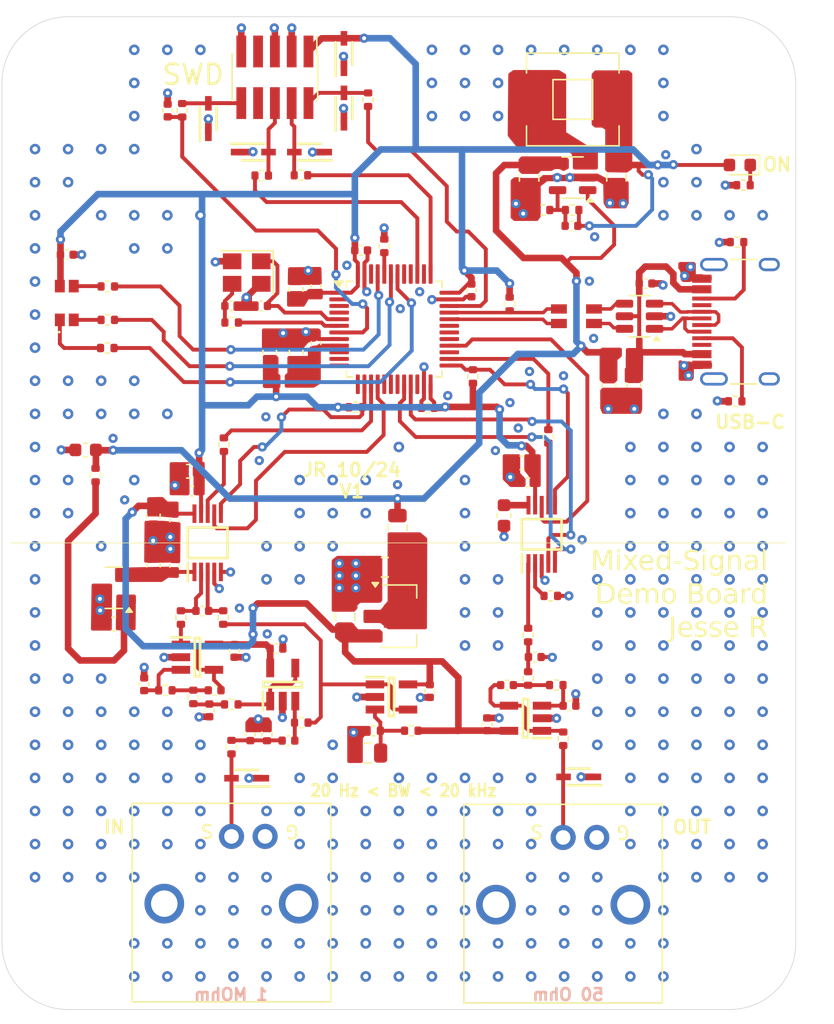
<source format=kicad_pcb>
(kicad_pcb (version 20240108) (generator "pcbnew") (generator_version "8.0")
  (layers (0 "F.Cu" signal) (1 "In1.Cu" power) (2 "In2.Cu" power) (31 "B.Cu" signal) (34 "B.Paste" user) (35 "F.Paste" user) (36 "B.SilkS" user "B.Silkscreen") (37 "F.SilkS" user "F.Silkscreen") (38 "B.Mask" user) (39 "F.Mask" user) (44 "Edge.Cuts" user))
  (net 0 "")
  (net 1 "GND")
  (net 2 "VBUS")
  (net 3 "+5V")
  (net 4 "/Power/+5V_FILT")
  (net 5 "+3.3VA")
  (net 6 "/Power/BUCK_FB")
  (net 7 "/Power/VREF")
  (net 8 "+3V3")
  (net 9 "VDDA")
  (net 10 "/MCU/HSE_IN")
  (net 11 "/MCU/XTAL_IN")
  (net 12 "/MCU/NRST")
  (net 13 "/ADC/IN_RF")
  (net 14 "/ADC/IN_BUF")
  (net 15 "Net-(C303-Pad1)")
  (net 16 "/ADC/IN_AA_BUF_IN")
  (net 17 "/ADC/IN_AA_BUF_OUT")
  (net 18 "Net-(C305-Pad1)")
  (net 19 "/ADC/ADC_IN-")
  (net 20 "/ADC/ADC_IN+")
  (net 21 "/ADC/ADC_VREF")
  (net 22 "/DAC/DAC_VREF")
  (net 23 "Net-(C403-Pad1)")
  (net 24 "/DAC/OUT_AA_BUF_IN")
  (net 25 "Net-(C405-Pad1)")
  (net 26 "/DAC/OUT_AA_BUF_OUT")
  (net 27 "/Power/LED_PWR_K")
  (net 28 "/MCU/LED_R_K")
  (net 29 "/MCU/LED_G_K")
  (net 30 "/MCU/LED_B_K")
  (net 31 "/ADC/IN")
  (net 32 "/DAC/OUT")
  (net 33 "VCOM")
  (net 34 "SPI2_NSS")
  (net 35 "/DAC/DAC_SCLK")
  (net 36 "/DAC/DAC_OUT_A")
  (net 37 "DAC_NLDAC")
  (net 38 "DAC_NCLR")
  (net 39 "/DAC/DAC_OUT_B")
  (net 40 "/MCU/USB_CONN_D-")
  (net 41 "/MCU/USB_CONN_CC2")
  (net 45 "/MCU/USB_CONN_CC1")
  (net 46 "/MCU/USB_CONN_D+")
  (net 48 "/Power/BUCK_SW")
  (net 49 "/MCU/USB_CMC_D+")
  (net 50 "/MCU/USB_CMC_D-")
  (net 51 "/MCU/USB_D-")
  (net 52 "/MCU/USB_D+")
  (net 53 "/MCU/BOOT0")
  (net 54 "/MCU/HSE_OUT")
  (net 55 "SPI1_NSS")
  (net 56 "/MCU/TIM4_CH3")
  (net 57 "/MCU/TIM4_CH1")
  (net 58 "/MCU/TIM4_CH2")
  (net 59 "/MCU/SWDIO")
  (net 60 "/MCU/SWCLK")
  (net 61 "/ADC/IN_BUF_OUT")
  (net 62 "SPI1_SCK")
  (net 63 "SPI2_SCK")
  (net 79 "SPI1_MISO")
  (net 83 "/MCU/CONN_SWDIO")
  (net 84 "/MCU/CONN_SWCLK")
  (net 85 "/MCU/CONN_SWO")
  (net 86 "/MCU/CONN_NRST")
  (net 87 "/MCU/SWO")
  (net 88 "/ADC/ADC_SCLK")
  (net 89 "/ADC/ADC_VREF_VIN")
  (net 93 "SPI2_MOSI")
  (footprint "Crystal:Crystal_SMD_3225-4Pin_3.2x2.5mm" (layer "F.Cu") (at 106.5 43.825 180)
    (property "Reference" "Y200" (hide yes))
    (property "Value" "16MHz")
  )
  (footprint "Connector_USB:USB_C_Receptacle_HRO_TYPE-C-31-M-12" (layer "F.Cu") (at 144.95 47.54 90)
    (property "Reference" "J200" (hide yes))
    (property "Value" "USB_C_Receptacle_USB2.0_16P")
  )
  (footprint "Capacitor_SMD:C_0402_1005Metric" (layer "F.Cu") (at 120.3425 75.4375 90)
    (property "Reference" "C108" (hide yes))
    (property "Value" "100n")
  )
  (footprint "SamacSys_Parts:SOD2512X110N" (layer "F.Cu") (at 131.6 81.925 180)
    (property "Reference" "D400" (hide yes))
    (property "Value" "PESD3V3L1BA,115" (hide yes))
  )
  (footprint "Resistor_SMD:R_0402_1005Metric" (layer "F.Cu") (at 107.635 36.5 180)
    (property "Reference" "R212" (hide yes))
    (property "Value" "49R9")
  )
  (footprint "Resistor_SMD:R_0402_1005Metric" (layer "F.Cu") (at 143.425 53.55 180)
    (property "Reference" "R205" (hide yes))
    (property "Value" "5k1")
  )
  (footprint "Capacitor_SMD:C_0402_1005Metric" (layer "F.Cu") (at 124.675 77.95 -90)
    (property "Reference" "C406" (hide yes))
    (property "Value" "100n")
  )
  (footprint "MountingHole:MountingHole_3.2mm_M3" (layer "F.Cu") (at 93 94.5)
    (property "Reference" "H500" (hide yes))
    (property "Value" "MountingHole")
  )
  (footprint "Capacitor_SMD:C_0402_1005Metric" (layer "F.Cu") (at 115.15 42.15)
    (property "Reference" "C204" (hide yes))
    (property "Value" "100n")
  )
  (footprint "SamacSys_Parts:SOT95P270X145-5N" (layer "F.Cu") (at 117.4425 75.8875)
    (property "Reference" "IC101" (hide yes))
    (property "Value" "MCP6001T-E_OT" (hide yes))
  )
  (footprint "Capacitor_SMD:C_0402_1005Metric" (layer "F.Cu") (at 111.7375 44.87 90)
    (property "Reference" "C201" (hide yes))
    (property "Value" "100n")
  )
  (footprint "MountingHole:MountingHole_3.2mm_M3" (layer "F.Cu") (at 143 94.5)
    (property "Reference" "H501" (hide yes))
    (property "Value" "MountingHole")
  )
  (footprint "Resistor_SMD:R_0402_1005Metric" (layer "F.Cu") (at 127.775 74.49 -90)
    (property "Reference" "R403" (hide yes))
    (property "Value" "22k")
  )
  (footprint "Capacitor_SMD:C_0402_1005Metric" (layer "F.Cu") (at 101.05 65.975 90)
    (property "Reference" "C311" (hide yes))
    (property "Value" "100n")
  )
  (footprint "Resistor_SMD:R_0402_1005Metric" (layer "F.Cu") (at 101.625 31.565 -90)
    (property "Reference" "R213" (hide yes))
    (property "Value" "49R9")
  )
  (footprint "Resistor_SMD:R_0402_1005Metric" (layer "F.Cu") (at 108.025 78.685 -90)
    (property "Reference" "R301" (hide yes))
    (property "Value" "2M2")
  )
  (footprint "SamacSys_Parts:SOP50P490X110-10N" (layer "F.Cu") (at 103.55 64.24 90)
    (property "Reference" "U303" (hide yes))
    (property "Value" "ADC141S626CIMM_NOPB" (hide yes))
  )
  (footprint "Resistor_SMD:R_0402_1005Metric" (layer "F.Cu") (at 104.775 56.825 90)
    (property "Reference" "R309" (hide yes))
    (property "Value" "0R")
  )
  (footprint "Capacitor_SMD:C_0402_1005Metric" (layer "F.Cu") (at 107.5875 46.35 180)
    (property "Reference" "C208" (hide yes))
    (property "Value" "10p")
  )
  (footprint "Capacitor_SMD:C_0402_1005Metric" (layer "F.Cu") (at 100.525 31.58 -90)
    (property "Reference" "C212" (hide yes))
    (property "Value" "100n")
  )
  (footprint "Capacitor_SMD:C_0805_2012Metric" (layer "F.Cu") (at 134.45 36.65 -90)
    (property "Reference" "C105" (hide yes))
    (property "Value" "22u")
  )
  (footprint "Capacitor_SMD:C_0805_2012Metric" (layer "F.Cu") (at 113.9425 69.8375 90)
    (property "Reference" "C103" (hide yes))
    (property "Value" "22u")
  )
  (footprint "Capacitor_SMD:C_0805_2012Metric" (layer "F.Cu") (at 116.9425 66.0875 180)
    (property "Reference" "C102" (hide yes))
    (property "Value" "22u")
  )
  (footprint "SamacSys_Parts:SOD2512X110N" (layer "F.Cu") (at 111.25 34.725 180)
    (property "Reference" "D203" (hide yes))
    (property "Value" "PESD3V3L1BA,115" (hide yes))
  )
  (footprint "PhilsLab_Footprints_KiCad6:AMPHENOL-BNC-031-5640-1010" (layer "F.Cu") (at 105.35 86.42 180)
    (property "Reference" "J300" (hide yes))
    (property "Value" "031-5640-1010")
  )
  (footprint "Capacitor_SMD:C_0402_1005Metric" (layer "F.Cu") (at 102.37 60.34 180)
    (property "Reference" "C314" (hide yes))
    (property "Value" "100n")
  )
  (footprint "Capacitor_SMD:C_0402_1005Metric" (layer "F.Cu") (at 103.145 69.385)
    (property "Reference" "C307" (hide yes))
    (property "Value" "150p")
  )
  (footprint "Resistor_SMD:R_0402_1005Metric" (layer "F.Cu") (at 105.335 76.45 180)
    (property "Reference" "R303" (hide yes))
    (property "Value" "6.8k")
  )
  (footprint "Resistor_SMD:R_0402_1005Metric" (layer "F.Cu") (at 116.0925 78.4375)
    (property "Reference" "R105" (hide yes))
    (property "Value" "1k")
  )
  (footprint "Capacitor_SMD:C_0402_1005Metric" (layer "F.Cu") (at 104.075 75.385)
    (property "Reference" "C305" (hide yes))
    (property "Value" "1n")
  )
  (footprint "Resistor_SMD:R_0402_1005Metric" (layer "F.Cu") (at 144.05 37.225)
    (property "Reference" "R103" (hide yes))
    (property "Value" "1k")
  )
  (footprint "SamacSys_Parts:SOT95P270X145-5N" (layer "F.Cu") (at 109.225 74.95 90)
    (property "Reference" "U300" (hide yes))
    (property "Value" "MCP6001T-E_OT" (hide yes))
  )
  (footprint "Connector_PinHeader_1.27mm:PinHeader_2x05_P1.27mm_Vertical_SMD" (layer "F.Cu") (at 108.63 29.075 -90)
    (property "Reference" "J201" (hide yes))
    (property "Value" "02x05x1.27mm")
  )
  (footprint "Inductor_SMD:L_0402_1005Metric" (layer "F.Cu") (at 135.05 49.85 180)
    (property "Reference" "L100" (hide yes))
    (property "Value" "10n")
  )
  (footprint "Capacitor_SMD:C_0402_1005Metric" (layer "F.Cu") (at 103.675 76.9 -90)
    (property "Reference" "C303" (hide yes))
    (property "Value" "1n")
  )
  (footprint "Resistor_SMD:R_0402_1005Metric" (layer "F.Cu") (at 96 47.4 180)
    (property "Reference" "R207" (hide yes))
    (property "Value" "1k")
  )
  (footprint "Capacitor_SMD:C_0402_1005Metric" (layer "F.Cu") (at 111.7375 49.15 90)
    (property "Reference" "C205" (hide yes))
    (property "Value" "10n")
  )
  (footprint "Package_QFP:LQFP-48_7x7mm_P0.5mm" (layer "F.Cu") (at 117.65 48.1)
    (property "Reference" "U200" (hide yes))
    (property "Value" "STM32F103CBT6")
  )
  (footprint "Capacitor_SMD:C_0402_1005Metric" (layer "F.Cu") (at 108.75 72.235 180)
    (property "Reference" "C302" (hide yes))
    (property "Value" "100n")
  )
  (footprint "Package_TO_SOT_SMD:SOT-89-3" (layer "F.Cu") (at 117.9925 69.7875)
    (property "Reference" "U100" (hide yes))
    (property "Value" "HT7533-1")
  )
  (footprint "Inductor_SMD:L_0402_1005Metric" (layer "F.Cu") (at 109.2225 52.1 180)
    (property "Reference" "L200" (hide yes))
    (property "Value" "10n")
  )
  (footprint "Resistor_SMD:R_0402_1005Metric" (layer "F.Cu") (at 95.96 49.525 180)
    (property "Reference" "R208" (hide yes))
    (property "Value" "1k")
  )
  (footprint "Capacitor_SMD:C_0402_1005Metric" (layer "F.Cu") (at 92.9 42.475)
    (property "Reference" "C211" (hide yes))
    (property "Value" "100n")
  )
  (footprint "Capacitor_SMD:C_0603_1608Metric" (layer "F.Cu") (at 133.875 52.325 -90)
    (property "Reference" "C101" (hide yes))
    (property "Value" "1u")
  )
  (footprint "Capacitor_SMD:C_0402_1005Metric" (layer "F.Cu") (at 126.175 74.99 180)
    (property "Reference" "C405" (hide yes))
    (property "Value" "1n")
  )
  (footprint "Capacitor_SMD:C_0402_1005Metric" (layer "F.Cu") (at 98.75 74.925 90)
    (property "Reference" "C304" (hide yes))
    (property "Value" "150p")
  )
  (footprint "Resistor_SMD:R_0402_1005Metric" (layer "F.Cu") (at 105.35 79.675 90)
    (property "Reference" "R300" (hide yes))
    (property "Value" "1k")
  )
  (footprint "Capacitor_SMD:C_0603_1608Metric" (layer "F.Cu") (at 99.45 62.225 -90)
    (property "Reference" "C312" (hide yes))
    (property "Value" "10u")
  )
  (footprint "Resistor_SMD:R_0402_1005Metric" (layer "F.Cu") (at 127.775 71.21 -90)
    (property "Reference" "R402" (hide yes))
    (property "Value" "6.8k")
  )
  (footprint "Resistor_SMD:R_0402_1005Metric" (layer "F.Cu") (at 131.1 39.1)
    (property "Reference" "R101" (hide yes))
    (property "Value" "100k")
  )
  (footprint "Resistor_SMD:R_0402_1005Metric" (layer "F.Cu") (at 116.9 41.81 -90)
    (property "Reference" "R200" (hide yes))
    (property "Value" "10k")
  )
  (footprint "SamacSys_Parts:SOP50P490X110-10N" (layer "F.Cu") (at 128.8 63.6 90)
    (property "Reference" "IC400" (hide yes))
    (property "Value" "DAC7563SDGSR" (hide yes))
  )
  (footprint "Capacitor_SMD:C_0402_1005Metric" (layer "F.Cu") (at 123.4875 45.175 -90)
    (property "Reference" "C203" (hide yes))
    (property "Value" "100n")
  )
  (footprint "LED_SMD:LED_0603_1608Metric" (layer "F.Cu") (at 143.775 35.7 180)
    (property "Reference" "D100" (hide yes))
    (property "Value" "GREEN")
  )
  (footprint "Capacitor_SMD:C_0603_1608Metric" (layer "F.Cu") (at 110.2375 49.85 90)
    (property "Reference" "C206" (hide yes))
    (property "Value" "1u")
  )
  (footprint "Capacitor_SMD:C_0603_1608Metric" (layer "F.Cu") (at 127.308 58.2 180)
    (property "Reference" "C400" (hide yes))
    (property "Value" "10u")
  )
  (footprint "Resistor_SMD:R_0402_1005Metric" (layer "F.Cu") (at 123.6 51.675 90)
    (property "Reference" "R202" (hide yes))
    (property "Value" "10k")
  )
  (footprint "Resistor_SMD:R_0402_1005Metric" (layer "F.Cu") (at 115.675 30.765 -90)
    (property "Reference" "R210" (hide yes))
    (property "Value" "49R9")
  )
  (footprint "Capacitor_SMD:C_0603_1608Metric" (layer "F.Cu") (at 125.95 62.175 -90)
    (property "Reference" "C402" (hide yes))
    (property "Value" "1u")
  )
  (footprint "Capacitor_SMD:C_0402_1005Metric" (layer "F.Cu") (at 109.655 79.185)
    (property "Reference" "C301" (hide yes))
    (property "Value" "100n")
  )
  (footprint "Resistor_SMD:R_0402_1005Metric" (layer "F.Cu") (at 128.9 39.1)
    (property "Reference" "R102" (hide yes))
    (property "Value" "22k")
  )
  (footprint "Resistor_SMD:R_0402_1005Metric" (layer "F.Cu") (at 105.36 47.6)
    (property "Reference" "R201" (hide yes))
    (property "Value" "0R")
  )
  (footprint "Resistor_SMD:R_0402_1005Metric" (layer "F.Cu") (at 129.485 68.25)
    (property "Reference" "R401" (hide yes))
    (property "Value" "10k")
  )
  (footprint "Capacitor_SMD:C_0603_1608Metric" (layer "F.Cu") (at 99.45 65.915 90)
    (property "Reference" "C310" (hide yes))
    (property "Value" "10u")
  )
  (footprint "MountingHole:MountingHole_3.2mm_M3" (layer "F.Cu") (at 143 29.5)
    (property "Reference" "H503" (hide yes))
    (property "Value" "MountingHole")
  )
  (footprint "PhilsLab_Footprints_KiCad6:MWSA0603S" (layer "F.Cu") (at 131.15 30.75)
    (property "Reference" "L101" (hide yes))
    (property "Value" "68u")
  )
  (footprint "Resistor_SMD:R_0805_2012Metric" (layer "F.Cu") (at 117.8925 63.1 -90)
    (property "Reference" "R100" (hide yes))
    (property "Value" "10R")
  )
  (footprint "Package_TO_SOT_SMD:SOT-23-5" (layer "F.Cu") (at 131.1375 36.65 180)
    (property "Reference" "U101" (hide yes))
    (property "Value" "TLV62569DBV")
  )
  (footprint "Capacitor_SMD:C_0402_1005Metric" (layer "F.Cu") (at 127.77 59.7 180)
    (property "Reference" "C401" (hide yes))
    (property "Value" "100n")
  )
  (footprint "SamacSys_Parts:SOD2512X110N" (layer "F.Cu") (at 113.85 27.28 90)
    (property "Reference" "D201" (hide yes))
    (property "Value" "PESD3V3L1BA,115" (hide yes))
  )
  (footprint "Capacitor_SMD:C_0402_1005Metric" (layer "F.Cu") (at 101.05 62.54 -90)
    (property "Reference" "C313" (hide yes))
    (property "Value" "100n")
  )
  (footprint "Resistor_SMD:R_0402_1005Metric" (layer "F.Cu") (at 110.6 36.475)
    (property "Reference" "R211" (hide yes))
    (property "Value" "49R9")
  )
  (footprint "Capacitor_SMD:C_0603_1608Metric" (layer "F.Cu") (at 135.775 52.325 -90)
    (property "Reference" "C100" (hide yes))
    (property "Value" "1u")
  )
  (footprint "SamacSys_Parts:SOD2512X110N" (layer "F.Cu") (at 103.6 32.19 90)
    (property "Reference" "D205" (hide yes))
    (property "Value" "PESD3V3L1BA,115" (hide yes))
  )
  (footprint "Capacitor_SMD:C_0603_1608Metric" (layer "F.Cu") (at 110.2375 45.1 90)
    (property "Reference" "C200" (hide yes))
    (property "Value" "10u")
  )
  (footprint "Capacitor_SMD:C_0603_1608Metric" (layer "F.Cu") (at 102.1 58.84 180)
    (property "Reference" "C315" (hide yes))
    (property "Value" "10u")
  )
  (footprint "Capacitor_SMD:C_0402_1005Metric" (layer "F.Cu") (at 106.775 78.705 90)
    (property "Reference" "C300" (hide yes))
    (property "Value" "150p")
  )
  (footprint "SamacSys_Parts:SOT95P270X145-5N" (layer "F.Cu") (at 102.775 72.885)
    (property "Reference" "U301" (hide yes))
    (property "Value" "MCP6001T-E_OT" (hide yes))
  )
  (footprint "Capacitor_SMD:C_0402_1005Metric" (layer "F.Cu") (at 105.33 46.35)
    (property "Reference" "C209" (hide yes))
    (property "Value" "10p")
  )
  (footprint "Resistor_SMD:R_0402_1005Metric" (layer "F.Cu") (at 110.625 77.825)
    (property "Reference" "R302" (hide yes))
    (property "Value" "2M2")
  )
  (footprint "Resistor_SMD:R_0402_1005Metric" (layer "F.Cu") (at 104.725 69.885 90)
    (property "Reference" "R307" (hide yes))
    (property "Value" "1k")
  )
  (footprint "Package_TO_SOT_SMD:SOT-23-6" (layer "F.Cu") (at 136.195 47.1275 180)
    (property "Reference" "U201" (hide yes))
    (property "Value" "USBLC6-2SC6")
  )
  (footprint "SamacSys_Parts:E6C1206RGBC3UDA" (layer "F.Cu") (at 92.9 46.125 90)
    (property "Reference" "D200" (hide yes))
    (property "Value" "LED_RGB_E6C1206RGBC3UDA" (hide yes))
  )
  (footprint "Capacitor_SMD:C_0402_1005Metric" (layer "F.Cu") (at 128.275 72.87)
    (property "Reference" "C403" (hide yes))
    (property "Value" "1n")
  )
  (footprint "Capacitor_SMD:C_0603_1608Metric" (layer "F.Cu") (at 96.45 70.375 180)
    (property "Reference" "C309" (hide yes))
    (property "Value" "10u")
  )
  (footprint "SamacSys_Parts:SOT95P270X145-5N" (layer "F.Cu") (at 127.575 77.495 180)
    (property "Reference" "U400" (hide yes))
    (property "Value" "MCP6001T-E_OT" (hide yes))
  )
  (footprint "SamacSys_Parts:SOD2512X110N" (layer "F.Cu") (at 106.5 82.025 180)
    (property "Reference" "D300" (hide yes))
    (property "Value" "PESD3V3L1BA,115" (hide yes))
  )
  (footprint "Resistor_SMD:R_0402_1005Metric" (layer "F.Cu") (at 100.35 75.385 180)
    (property "Reference" "R305" (hide yes))
    (property "Value" "12k")
  )
  (footprint "PhilsLab_Footprints_KiCad6:CMC-1206" (layer "F.Cu") (at 131.425 47.125 180)
    (property "Reference" "L201" (hide yes))
    (property "Value" "CMF3216F-900-2P-T")
  )
  (footprint "MountingHole:MountingHole_3.2mm_M3" (layer "F.Cu") (at 93 29.5)
    (property "Reference" "H502" (hide yes))
    (property "Value" "MountingHole")
  )
  (footprint "SamacSys_Parts:SOD2512X110N" (layer "F.Cu") (at 113.85 31.4 90)
    (property "Reference" "D202" (hide yes))
    (property "Value" "PESD3V3L1BA,115" (hide yes))
  )
  (footprint "Capacitor_SMD:C_0402_1005Metric" (layer "F.Cu") (at 131.05 40.3 180)
    (property "Reference" "C106" (hide yes))
    (property "Value" "DNP")
  )
  (footprint "Resistor_SMD:R_0402_1005Metric" (layer "F.Cu") (at 101.525 69.885 90)
    (property "Reference" "R306" (hide yes))
    (property "Value" "1k")
  )
  (footprint "SamacSys_Parts:SOD2512X110N" (layer "F.Cu") (at 107 34.725)
    (property "Reference" "D204" (hide yes))
    (property "Value" "PESD3V3L1BA,115" (hide yes))
  )
  (footprint "PhilsLab_Footprints_KiCad6:AMPHENOL-BNC-031-5640-1010" (layer "F.Cu") (at 130.42 86.5 180)
    (property "Reference" "J400" (hide yes))
    (property "Value" "031-5640-1010")
  )
  (footprint "Capacitor_SMD:C_0603_1608Metric" (layer "F.Cu") (at 108.2375 49.85 90)
    (property "Reference" "C207" (hide yes))
    (property "Value" "1u")
  )
  (footprint "Capacitor_SMD:C_0805_2012Metric" (layer "F.Cu") (at 127.85 36.65 -90)
    (property "Reference" "C104" (hide yes))
    (property "Value" "22u")
  )
  (footprint "Capacitor_SMD:C_0402_1005Metric" (layer "F.Cu") (at 136.65 44.65 180)
    (property "Reference" "C210" (hide yes))
    (property "Value" "100n")
  )
  (footprint "Resistor_SMD:R_0402_1005Metric" (layer "F.Cu") (at 130.425 79.045 -90)
    (property "Reference" "R405" (hide yes))
    (property "Value" "49R9")
  )
  (footprint "Resistor_SMD:R_0402_1005Metric" (layer "F.Cu") (at 95.075 59.125 -90)
    (property "Reference" "R308" (hide yes))
    (property "Value" "49R9")
  )
  (footprint "Resistor_SMD:R_0402_1005Metric" (layer "F.Cu") (at 126.375 46.2 -90)
    (property "Reference" "R204" (hide yes))
    (property "Value" "1k5")
  )
  (footprint "Capacitor_SMD:C_0402_1005Metric" (layer "F.Cu") (at 105.575 72.405 90)
    (property "Reference" "C306" (hide yes))
    (property "Value" "100n")
  )
  (footprint "Capacitor_SMD:C_0402_1005Metric" (layer "F.Cu") (at 130.9 76.55)
    (property "Reference" "C404" (hide yes))
    (property "Value" "150p")
  )
  (footprint "Resistor_SMD:R_0402_1005Metric" (layer "F.Cu") (at 114.725 54)
    (property "Reference" "R203" (hide yes))
    (property "Value" "10k")
  )
  (footprint "Resistor_SMD:R_0402_1005Metric" (layer "F.Cu") (at 129.3 56.2 -90)
    (property "Reference" "R400" (hide yes))
    (property "Value" "0R")
  )
  (footprint "Package_TO_SOT_SMD:SOT-23" (layer "F.Cu") (at 96.45 67.64 180)
    (property "Reference" "U302" (hide yes))
    (property "Value" "REF3033")
  )
  (footprint "Resistor_SMD:R_0402_1005Metric" (layer "F.Cu") (at 129.9 74.99)
    (property "Reference" "R404" (hide yes))
    (property "Value" "12k")
  )
  (footprint "Resistor_SMD:R_0402_1005Metric" (layer "F.Cu") (at 118.9425 78.4375)
    (property "Reference" "R104" (hide yes))
    (property "Value" "1k")
  )
  (footprint "Capacitor_SMD:C_0402_1005Metric" (layer "F.Cu") (at 120.1875 54.05 180)
    (property "Reference" "C202" (hide yes))
    (property "Value" "100n")
  )
  (footprint "Capacitor_SMD:C_0805_2012Metric" (layer "F.Cu") (at 115.675 80.125 180)
    (property "Reference" "C107" (hide yes))
    (property "Value" "22u")
  )
  (footprint "Resistor_SMD:R_0402_1005Metric" (layer "F.Cu") (at 143.565 41.525 180)
    (property "Reference" "R206" (hide yes))
    (property "Value" "5k1")
  )
  (footprint "Resistor_SMD:R_0402_1005Metric" (layer "F.Cu") (at 96 44.875 180)
    (property "Reference" "R209" (hide yes))
    (property "Value" "1k")
  )
  (footprint "Capacitor_SMD:C_0603_1608Metric" (layer "F.Cu") (at 94.325 57.225 180)
    (property "Reference" "C308" (hide yes))
    (property "Value" "10u")
  )
  (footprint "Resistor_SMD:R_0402_1005Metric" (layer "F.Cu") (at 102.465 75.885 90)
    (property "Reference" "R304" (hide yes))
    (property "Value" "22k")
  )
  (gr_line (start 88.65 64.25) (end 147.25 64.25) (stroke (width 0.05)) (layer "F.SilkS"))
  (gr_line (start 148 94.5) (end 148 29.5) (stroke (width 0.05)) (layer "Edge.Cuts"))
  (gr_arc (start 88 29.5) (mid 89.464466 25.964466) (end 93 24.5) (stroke (width 0.05)) (layer "Edge.Cuts"))
  (gr_line (start 88 94.5) (end 88 29.5) (stroke (width 0.05)) (layer "Edge.Cuts"))
  (gr_line (start 93 99.5) (end 143 99.5) (stroke (width 0.05)) (layer "Edge.Cuts"))
  (gr_arc (start 93 99.5) (mid 89.464466 98.035534) (end 88 94.5) (stroke (width 0.05)) (layer "Edge.Cuts"))
  (gr_arc (start 143 24.5) (mid 146.535534 25.964466) (end 148 29.5) (stroke (width 0.05)) (layer "Edge.Cuts"))
  (gr_arc (start 148 94.5) (mid 146.535534 98.035534) (end 143 99.5) (stroke (width 0.05)) (layer "Edge.Cuts"))
  (gr_line (start 93 24.5) (end 143 24.5) (stroke (width 0.05)) (layer "Edge.Cuts"))
  (gr_text "50 Ohm" (at 133.6 98.9 0) (layer "B.SilkS") (effects (font (size 0.9 0.9) (thickness 0.2) (bold yes)) (justify left bottom mirror)))
  (gr_text "1 MOhm" (at 108.2 98.9 -0) (layer "B.SilkS") (effects (font (size 0.9 0.9) (thickness 0.2) (bold yes)) (justify left bottom mirror)))
  (gr_text "JR 10/24\nV1" (at 114.45 60.93 0) (layer "F.SilkS") (effects (font (size 1 1) (thickness 0.2) (bold yes)) (justify bottom)))
  (gr_text "SWD" (at 100 29.75 0) (layer "F.SilkS") (effects (font (size 1.5 1.5) (thickness 0.2)) (justify left bottom)))
  (gr_text "OUT" (at 138.6 86.3 0) (layer "F.SilkS") (effects (font (size 1 1) (thickness 0.2) (bold yes)) (justify left bottom)))
  (gr_text "Mixed-Signal\nDemo Board\nJesse R" (at 145.9 71.6 0) (layer "F.SilkS") (effects (font (size 1.5 1.5) (thickness 0.1)) (justify right bottom)))
  (gr_text "USB-C" (at 141.8 55.7 0) (layer "F.SilkS") (effects (font (size 1 1) (thickness 0.2) (bold yes)) (justify left bottom)))
  (gr_text "IN" (at 95.6 86.3 0) (layer "F.SilkS") (effects (font (size 1 1) (thickness 0.2) (bold yes)) (justify left bottom)))
  (gr_text "G" (at 109.95 86.05 180) (layer "F.SilkS") (effects (font (size 1 1))))
  (gr_text "ON" (at 145.4 36.25 0) (layer "F.SilkS") (effects (font (size 1 1) (thickness 0.2) (bold yes)) (justify left bottom)))
  (gr_text "20 Hz < BW < 20 kHz" (at 111.2 83.5 0) (layer "F.SilkS") (effects (font (size 0.9 0.8) (thickness 0.2) (bold yes)) (justify left bottom)))
  (segment (start 116.9 40.4725) (end 116.8875 40.46) (width 0.5) (layer "F.Cu") (net 1))
  (segment (start 111.9175 48.85) (end 111.7375 48.67) (width 0.3) (layer "F.Cu") (net 1))
  (segment (start 105.85 34.725) (end 106.95 34.725) (width 0.5) (layer "F.Cu") (net 1))
  (segment (start 107.65 82.025) (end 106.675 82.025) (width 0.5) (layer "F.Cu") (net 1))
  (segment (start 103.675 77.38) (end 102.92 77.38) (width 0.5) (layer "F.Cu") (net 1))
  (segment (start 103.6 33.34) (end 103.6 32.215) (width 0.5) (layer "F.Cu") (net 1))
  (segment (start 113.4875 48.85) (end 111.9175 48.85) (width 0.3) (layer "F.Cu") (net 1))
  (segment (start 142.1 53.55) (end 142.075 53.525) (width 0.5) (layer "F.Cu") (net 1))
  (segment (start 119.9 52.2625) (end 119.9 53.35) (width 0.3) (layer "F.Cu") (net 1))
  (segment (start 123.07 45.655) (end 123.4875 45.655) (width 0.3) (layer "F.Cu") (net 1))
  (segment (start 100.525 31.1) (end 100.525 30.265) (width 0.5) (layer "F.Cu") (net 1))
  (segment (start 129.05 67.075) (end 128.8 66.825) (width 0.3) (layer "F.Cu") (net 1))
  (segment (start 109.23 71.545) (end 109.25 71.525) (width 0.5) (layer "F.Cu") (net 1))
  (segment (start 129.995 68.25) (end 130.85 68.25) (width 0.3) (layer "F.Cu") (net 1))
  (segment (start 102.92 77.38) (end 102.9 77.4) (width 0.5) (layer "F.Cu") (net 1))
  (segment (start 104.175 42.975) (end 104.125 43.025) (width 0.5) (layer "F.Cu") (net 1))
  (segment (start 132.75 81.925) (end 131.775 81.925) (width 0.5) (layer "F.Cu") (net 1))
  (segment (start 119.9 53.35) (end 119.7 53.55) (width 0.3) (layer "F.Cu") (net 1))
  (segment (start 111.4775 34.725) (end 111.475 34.7275) (width 0.5) (layer "F.Cu") (net 1))
  (segment (start 106.09 25.36) (end 106.1 25.35) (width 0.5) (layer "F.Cu") (net 1))
  (segment (start 143.055 41.525) (end 142.25 41.525) (width 0.5) (layer "F.Cu") (net 1))
  (segment (start 101.525 72.885) (end 100.265 72.885) (width 0.5) (layer "F.Cu") (net 1))
  (segment (start 115.4 43.09688) (end 115.4 43.9375) (width 0.3) (layer "F.Cu") (net 1))
  (segment (start 109.9 27.125) (end 109.9 25.36) (width 0.5) (layer "F.Cu") (net 1))
  (segment (start 129.92 77.495) (end 129.925 77.5) (width 0.5) (layer "F.Cu") (net 1))
  (segment (start 125.95 62.95) (end 125.95 63.775) (width 0.5) (layer "F.Cu") (net 1))
  (segment (start 138.535 47.1275) (end 138.545 47.1375) (width 0.5) (layer "F.Cu") (net 1))
  (segment (start 93.38 42.475) (end 94.025 42.475) (width 0.5) (layer "F.Cu") (net 1))
  (segment (start 129.575 72.87) (end 129.6 72.895) (width 0.3) (layer "F.Cu") (net 1))
  (segment (start 114.8375 75.8875) (end 114.825 75.9) (width 0.5) (layer "F.Cu") (net 1))
  (segment (start 112.4 34.725) (end 111.4775 34.725) (width 0.5) (layer "F.Cu") (net 1))
  (segment (start 128.8 66.825) (end 128.8 65.8) (width 0.3) (layer "F.Cu") (net 1))
  (segment (start 109.2 77.44) (end 109.2 76.225) (width 0.5) (layer "F.Cu") (net 1))
  (segment (start 137.3325 47.1275) (end 138.535 47.1275) (width 0.5) (layer "F.Cu") (net 1))
  (segment (start 106.95 34.725) (end 106.975 34.7) (width 0.5) (layer "F.Cu") (net 1))
  (segment (start 107.5 44.675) (end 106.475 45.7) (width 0.5) (layer "F.Cu") (net 1))
  (segment (start 119.7 53.55) (end 119.7075 53.5575) (width 0.3) (layer "F.Cu") (net 1))
  (segment (start 104.425 67.7) (end 104.05 67.325) (width 0.3) (layer "F.Cu") (net 1))
  (segment (start 113.85 27.52) (end 113.8225 27.4925) (width 0.5) (layer "F.Cu") (net 1))
  (segment (start 119.6325 75.9175) (end 119.625 75.925) (width 0.5) (layer "F.Cu") (net 1))
  (segment (start 98.75 74.445) (end 98.75 73.65) (width 0.5) (layer "F.Cu") (net 1))
  (segment (start 107.6 44.675) (end 107.5 44.675) (width 0.5) (layer "F.Cu") (net 1))
  (segment (start 105.575 72.885) (end 106.44 72.885) (width 0.5) (layer "F.Cu") (net 1))
  (segment (start 108.585 25.35) (end 108.63 25.395) (width 0.5) (layer "F.Cu") (net 1))
  (segment (start 124.675 77.47) (end 125.57 77.47) (width 0.5) (layer "F.Cu") (net 1))
  (segment (start 108.63 25.395) (end 108.63 27.125) (width 0.5) (layer "F.Cu") (net 1))
  (segment (start 116.1925 75.8875) (end 114.8375 75.8875) (width 0.5) (layer "F.Cu") (net 1))
  (segment (start 125.57 77.47) (end 125.575 77.475) (width 0.5) (layer "F.Cu") (net 1))
  (segment (start 131.38 75.655) (end 131.375 75.65) (width 0.5) (layer "F.Cu") (net 1))
  (segment (start 137.845506 44.65) (end 137.13 44.65) (width 0.5) (layer "F.Cu") (net 1))
  (segment (start 106.44 72.885) (end 106.45 72.895) (width 0.5) (layer "F.Cu") (net 1))
  (segment (start 115.63 42.86688) (end 115.4 43.09688) (width 0.3) (layer "F.Cu") (net 1))
  (segment (start 113.85 28.43) (end 113.85 27.52) (width 0.5) (layer "F.Cu") (net 1))
  (segment (start 115.4 45.1) (end 115.4 43.9375) (width 0.3) (layer "F.Cu") (net 1))
  (segment (start 121.8125 45.85) (end 122.875 45.85) (width 0.3) (layer "F.Cu") (net 1))
  (segment (start 100.265 72.885) (end 100.25 72.9) (width 0.5) (layer "F.Cu") (net 1))
  (segment (start 115.63 42.15) (end 115.63 42.86688) (width 0.3) (layer "F.Cu") (net 1))
  (segment (start 143.54 37.225) (end 142.675 37.225) (width 0.5) (layer "F.Cu") (net 1))
  (segment (start 119.9 52.2625) (end 119.9 50.95) (width 0.3) (layer "F.Cu") (net 1))
  (segment (start 106.09 27.125) (end 106.09 25.36) (width 0.5) (layer "F.Cu") (net 1))
  (segment (start 113.85 32.55) (end 113.85 31.45) (width 0.5) (layer "F.Cu") (net 1))
  (segment (start 142.915 53.55) (end 142.1 53.55) (width 0.5) (layer "F.Cu") (net 1))
  (segment (start 109.9 25.36) (end 109.91 25.35) (width 0.5) (layer "F.Cu") (net 1))
  (segment (start 116.9 41.3) (end 116.9 40.4725) (width 0.5) (layer "F.Cu") (net 1))
  (segment (start 105.265 66.44) (end 105.275 66.45) (width 0.3) (layer "F.Cu") (net 1))
  (segment (start 128.755 72.87) (end 129.575 72.87) (width 0.3) (layer "F.Cu") (net 1))
  (segment (start 104.55 66.44) (end 105.265 66.44) (width 0.3) (layer "F.Cu") (net 1))
  (segment (start 128.825 77.495) (end 129.92 77.495) (width 0.5) (layer "F.Cu") (net 1))
  (segment (start 109.23 72.235) (end 109.23 71.545) (width 0.5) (layer "F.Cu") (net 1))
  (segment (start 137.96905 44.773544) (end 137.845506 44.65) (width 0.5) (layer "F.Cu") (net 1))
  (segment (start 121.8125 45.85) (end 120.525 45.85) (width 0.3) (layer "F.Cu") (net 1))
  (segment (start 115.575 45.275) (end 115.4 45.1) (width 0.3) (layer "F.Cu") (net 1))
  (segment (start 131.38 76.55) (end 131.38 75.655) (width 0.5) (layer "F.Cu") (net 1))
  (segment (start 104.05 67.325) (end 104.05 66.44) (width 0.3) (layer "F.Cu") (net 1))
  (segment (start 113.85 31.45) (end 113.825 31.425) (width 0.5) (layer "F.Cu") (net 1))
  (segment (start 142.25 41.525) (end 142.225 41.55) (width 0.5) (layer "F.Cu") (net 1))
  (segment (start 105.4 42.975) (end 104.175 42.975) (width 0.5) (layer "F.Cu") (net 1))
  (segment (start 93.55 57.225) (end 92.475 57.225) (width 0.5) (layer "F.Cu") (net 1))
  (segment (start 119.7075 53.5575) (end 119.7075 54.05) (width 0.3) (layer "F.Cu") (net 1))
  (segment (start 109.2 76.225) (end 109.225 76.2) (width 0.5) (layer "F.Cu") (net 1))
  (segment (start 122.875 45.85) (end 123.07 45.655) (width 0.3) (layer "F.Cu") (net 1))
  (segment (start 120.3425 75.9175) (end 119.6325 75.9175) (width 0.5) (layer "F.Cu") (net 1))
  (segment (start 120.525 45.85) (end 120.5 45.875) (width 0.3) (layer "F.Cu") (net 1))
  (via (at 95.5 77) (size 0.8) (drill 0.4) (layers "F.Cu" "B.Cu") (net 1))
  (via (at 114.075 43.275) (size 0.7) (drill 0.3) (layers "F.Cu" "B.Cu") (net 1))
  (via (at 104.125 43.025) (size 0.7) (drill 0.3) (layers "F.Cu" "B.Cu") (net 1))
  (via (at 90.5 77) (size 0.8) (drill 0.4) (layers "F.Cu" "B.Cu") (net 1))
  (via (at 119.9 50.95) (size 0.7) (drill 0.3) (layers "F.Cu" "B.Cu") (net 1))
  (via (at 138.175 34.925) (size 0.7) (drill 0.3) (layers "F.Cu" "B.Cu") (net 1))
  (via (at 126.425 59.275) (size 0.7) (drill 0.3) (layers "F.Cu" "B.Cu") (net 1))
  (via (at 143 82) (size 0.8) (drill 0.4) (layers "F.Cu" "B.Cu") (net 1))
  (via (at 138 59.5) (size 0.8) (drill 0.4) (layers "F.Cu" "B.Cu") (net 1))
  (via (at 143 87) (size 0.8) (drill 0.4) (layers "F.Cu" "B.Cu") (net 1))
  (via (at 135.8 54.125) (size 0.7) (drill 0.3) (layers "F.Cu" "B.Cu") (net 1))
  (via (at 100.725 63.8) (size 0.7) (drill 0.3) (layers "F.Cu" "B.Cu") (net 1))
  (via (at 109.25 71.525) (size 0.7) (drill 0.3) (layers "F.Cu" "B.Cu") (net 1))
  (via (at 114.575 78.575) (size 0.7) (drill 0.3) (layers "F.Cu" "B.Cu") (net 1))
  (via (at 130.5 94.5) (size 0.8) (drill 0.4) (layers "F.Cu" "B.Cu") (net 1))
  (via (at 123 64.5) (size 0.8) (drill 0.4) (layers "F.Cu" "B.Cu") (net 1))
  (via (at 138 94.5) (size 0.8) (drill 0.4) (layers "F.Cu" "B.Cu") (net 1))
  (via (at 95.5 39.5) (size 0.8) (drill 0.4) (layers "F.Cu" "B.Cu") (net 1))
  (via (at 123 27) (size 0.8) (drill 0.4) (layers "F.Cu" "B.Cu") (net 1))
  (via (at 120.5 84.5) (size 0.8) (drill 0.4) (layers "F.Cu" "B.Cu") (net 1))
  (via (at 128 92) (size 0.8) (drill 0.4) (layers "F.Cu" "B.Cu") (net 1))
  (via (at 100.25 72.9) (size 0.7) (drill 0.3) (layers "F.Cu" "B.Cu") (net 1))
  (via (at 90.5 34.5) (size 0.8) (drill 0.4) (layers "F.Cu" "B.Cu") (net 1))
  (via (at 140.5 82) (size 0.8) (drill 0.4) (layers "F.Cu" "B.Cu") (net 1))
  (via (at 133 77) (size 0.8) (drill 0.4) (layers "F.Cu" "B.Cu") (net 1))
  (via (at 106.45 72.895) (size 0.7) (drill 0.3) (layers "F.Cu" "B.Cu") (net 1))
  (via (at 138 29.5) (size 0.8) (drill 0.4) (layers "F.Cu" "B.Cu") (net 1))
  (via (at 95.5 52) (size 0.8) (drill 0.4) (layers "F.Cu" "B.Cu") (net 1))
  (via (at 118 97) (size 0.8) (drill 0.4) (layers "F.Cu" "B.Cu") (net 1))
  (via (at 103 97) (size 0.8) (drill 0.4) (layers "F.Cu" "B.Cu") (net 1))
  (via (at 140.5 59.5) (size 0.8) (drill 0.4) (layers "F.Cu" "B.Cu") (net 1))
  (via (at 132.4 44.475) (size 0.7) (drill 0.3) (layers "F.Cu" "B.Cu") (net 1))
  (via (at 133 92) (size 0.8) (drill 0.4) (layers "F.Cu" "B.Cu") (net 1))
  (via (at 138 54.5) (size 0.8) (drill 0.4) (layers "F.Cu" "B.Cu") (net 1))
  (via (at 93 77) (size 0.8) (drill 0.4) (layers "F.Cu" "B.Cu") (net 1))
  (via (at 100.5 97) (size 0.8) (drill 0.4) (layers "F.Cu" "B.Cu") (net 1))
  (via (at 140.5 79.5) (size 0.8) (drill 0.4) (layers "F.Cu" "B.Cu") (net 1))
  (via (at 118 89.5) (size 0.8) (drill 0.4) (layers "F.Cu" "B.Cu") (net 1))
  (via (at 123 84.5) (size 0.8) (drill 0.4) (layers "F.Cu" "B.Cu") (net 1))
  (via (at 145.5 62) (size 0.8) (drill 0.4) (layers "F.Cu" "B.Cu") (net 1))
  (via (at 135.5 79.5) (size 0.8) (drill 0.4) (layers "F.Cu" "B.Cu") (net 1))
  (via (at 113 84.5) (size 0.8) (drill 0.4) (layers "F.Cu" "B.Cu") (net 1))
  (via (at 98 77) (size 0.8) (drill 0.4) (layers "F.Cu" "B.Cu") (net 1))
  (via (at 113 64.5) (size 0.8) (drill 0.4) (layers "F.Cu" "B.Cu") (net 1))
  (via (at 119.575 45.275) (size 0.7) (drill 0.3) (layers "F.Cu" "B.Cu") (net 1))
  (via (at 98 82) (size 0.8) (drill 0.4) (layers "F.Cu" "B.Cu") (net 1))
  (via (at 125.5 72) (size 0.8) (drill 0.4) (layers "F.Cu" "B.Cu") (net 1))
  (via (at 135.5 94.5) (size 0.8) (drill 0.4) (layers "F.Cu" "B.Cu") (net 1))
  (via (at 115.5 62) (size 0.8) (drill 0.4) (layers "F.Cu" "B.Cu") (net 1))
  (via (at 113 97) (size 0.8) (drill 0.4) (layers "F.Cu" "B.Cu") (net 1))
  (via (at 143 62) (size 0.8) (drill 0.4) (layers "F.Cu" "B.Cu") (net 1))
  (via (at 120.5 89.5) (size 0.8) (drill 0.4) (layers "F.Cu" "B.Cu") (net 1))
  (via (at 145.5 84.5) (size 0.8) (drill 0.4) (layers "F.Cu" "B.Cu") (net 1))
  (via (at 128 27) (size 0.8) (drill 0.4) (layers "F.Cu" "B.Cu") (net 1))
  (via (at 123 62) (size 0.8) (drill 0.4) (layers "F.Cu" "B.Cu") (net 1))
  (via (at 137.96905 44.773544) (size 0.7) (drill 0.3) (layers "F.Cu" "B.Cu") (net 1))
  (via (at 113.8225 27.4925) (size 0.7) (drill 0.3) (layers "F.Cu" "B.Cu") (net 1))
  (via (at 125.5 84.5) (size 0.8) (drill 0.4) (layers "F.Cu" "B.Cu") (net 1))
  (via (at 120.5 27) (size 0.8) (drill 0.4) (layers "F.Cu" "B.Cu") (net 1))
  (via (at 107.45 58.025) (size 0.7) (drill 0.3) (layers "F.Cu" "B.Cu") (net 1))
  (via (at 119.625 75.925) (size 0.7) (drill 0.3) (layers "F.Cu" "B.Cu") (net 1))
  (via (at 125.5 67) (size 0.8) (drill 0.4) (layers "F.Cu" "B.Cu") (net 1))
  (via (at 125.95 63.775) (size 0.7) (drill 0.3) (layers "F.Cu" "B.Cu") (net 1))
  (via (at 138 27) (size 0.8) (drill 0.4) (layers "F.Cu" "B.Cu") (net 1))
  (via (at 110.975 48.3) (size 0.7) (drill 0.3) (layers "F.Cu" "B.Cu") (net 1))
  (via (at 113 89.5) (size 0.8) (drill 0.4) (layers "F.Cu" "B.Cu") (net 1))
  (via (at 143 89.5) (size 0.8) (drill 0.4) (layers "F.Cu" "B.Cu") (net 1))
  (via (at 138 67) (size 0.8) (drill 0.4) (layers "F.Cu" "B.Cu") (net 1))
  (via (at 110.5 84.5) (size 0.8) (drill 0.4) (layers "F.Cu" "B.Cu") (net 1))
  (via (at 106.675 82.025) (size 0.7) (drill 0.3) (layers "F.Cu" "B.Cu") (net 1))
  (via (at 113 87) (size 0.8) (drill 0.4) (layers "F.Cu" "B.Cu") (net 1))
  (via (at 133.825 54.125) (size 0.7) (drill 0.3) (layers "F.Cu" "B.Cu") (net 1))
  (via (at 125.5 82) (size 0.8) (drill 0.4) (layers "F.Cu" "B.Cu") (net 1))
  (via (at 142.675 37.225) (size 0.7) (drill 0.3) (layers "F.Cu" "B.Cu") (net 1))
  (via (at 115.5 94.5) (size 0.8) (drill 0.4) (layers "F.Cu" "B.Cu") (net 1))
  (via (at 126.4 53.65) (size 0.7) (drill 0.3) (layers "F.Cu" "B.Cu") (net 1))
  (via (at 135.5 67) (size 0.8) (drill 0.4) (layers "F.Cu" "B.Cu") (net 1))
  (via (at 90.5 72) (size 0.8) (drill 0.4) (layers "F.Cu" "B.Cu") (net 1))
  (via (at 98 59.5) (size 0.8) (drill 0.4) (layers "F.Cu" "B.Cu") (net 1))
  (via (at 129.6 72.895) (size 0.7) (drill 0.3) (layers "F.Cu" "B.Cu") (net 1))
  (via (at 93 74.5) (size 0.8) (drill 0.4) (layers "F.Cu" "B.Cu") (net 1))
  (via (at 145.5 79.5) (size 0.8) (drill 0.4) (layers "F.Cu" "B.Cu") (net 1))
  (via (at 140.5 89.5) (size 0.8) (drill 0.4) (layers "F.Cu" "B.Cu") (net 1))
  (via (at 138 62) (size 0.8) (drill 0.4) (layers "F.Cu" "B.Cu") (net 1))
  (via (at 140.5 64.5) (size 0.8) (drill 0.4) (layers "F.Cu" "B.Cu") (net 1))
  (via (at 140.5 84.5) (size 0.8) (drill 0.4) (layers "F.Cu" "B.Cu") (net 1))
  (via (at 95.5 74.5) (size 0.8) (drill 0.4) (layers "F.Cu" "B.Cu") (net 1))
  (via (at 133 74.5) (size 0.8) (drill 0.4) (layers "F.Cu" "B.Cu") (net 1))
  (via (at 135.5 84.5) (size 0.8) (drill 0.4) (layers "F.Cu" "B.Cu") (net 1))
  (via (at 139.6 44.075) (size 0.7) (drill 0.3) (layers "F.Cu" "B.Cu") (net 1))
  (via (at 120.5 92) (size 0.8) (drill 0.4) (layers "F.Cu" "B.Cu") (net 1))
  (via (at 140.05 43.4) (size 0.7) (drill 0.3) (layers "F.Cu" "B.Cu") (net 1))
  (via (at 143 77) (size 0.8) (drill 0.4) (layers "F.Cu" "B.Cu") (net 1))
  (via (at 110.5 59.5) (size 0.8) (drill 0.4) (layers "F.Cu" "B.Cu") (net 1))
  (via (at 115.5 84.5) (size 0.8) (drill 0.4) (layers "F.Cu" "B.Cu") (net 1))
  (via (at 138 39.5) (size 0.8) (drill 0.4) (layers "F.Cu" "B.Cu") (net 1))
  (via (at 111.15 43.675) (size 0.7) (drill 0.3) (layers "F.Cu" "B.Cu") (net 1))
  (via (at 116.8875 40.46) (size 0.7) (drill 0.3) (layers "F.Cu" "B.Cu") (net 1))
  (via (at 133 79.5) (size 0.8) (drill 0.4) (layers "F.Cu" "B.Cu") (net 1))
  (via (at 120.5 82) (size 0.8) (drill 0.4) (layers "F.Cu" "B.Cu") (net 1))
  (via (at 90.5 67) (size 0.8) (drill 0.4) (layers "F.Cu" "B.Cu") (net 1))
  (via (at 130.5 27) (size 0.8) (drill 0.4) (layers "F.Cu" "B.Cu") (net 1))
  (via (at 90.5 62) (size 0.8) (drill 0.4) (layers "F.Cu" "B.Cu") (net 1))
  (via (at 135.5 27) (size 0.8) (drill 0.4) (layers "F.Cu" "B.Cu") (net 1))
  (via (at 93 79.5) (size 0.8) (drill 0.4) (layers "F.Cu" "B.Cu") (net 1))
  (via (at 90.5 64.5) (size 0.8) (drill 0.4) (layers "F.Cu" "B.Cu") (net 1))
  (via (at 140.5 34.5) (size 0.8) (drill 0.4) (layers "F.Cu" "B.Cu") (net 1))
  (via (at 108 94.5) (size 0.8) (drill 0.4) (layers "F.Cu" "B.Cu") (net 1))
  (via (at 103 84.5) (size 0.8) (drill 0.4) (layers "F.Cu" "B.Cu") (net 1))
  (via (at 143 57) (size 0.8) (drill 0.4) (layers "F.Cu" "B.Cu") (net 1))
  (via (at 140.5 54.5) (size 0.8) (drill 0.4) (layers "F.Cu" "B.Cu") (net 1))
  (via (at 145.5 67) (size 0.8) (drill 0.4) (layers "F.Cu" "B.Cu") (net 1))
  (via (at 113.5 66.725) (size 0.7) (drill 0.3) (layers "F.Cu" "B.Cu") (net 1))
  (via (at 94.025 42.475) (size 0.7) (drill 0.3) (layers "F.Cu" "B.Cu") (net 1))
  (via (at 100.5 77) (size 0.8) (drill 0.4) (layers "F.Cu" "B.Cu") (net 1))
  (via (at 90.5 87) (size 0.8) (drill 0.4) (layers "F.Cu" "B.Cu") (net 1))
  (via (at 138 89.5) (size 0.8) (drill 0.4) (layers "F.Cu" "B.Cu") (net 1))
  (via (at 93 62) (size 0.8) (drill 0.4) (layers "F.Cu" "B.Cu") (net 1))
  (via (at 95.5 34.5) (size 0.8) (drill 0.4) (layers "F.Cu" "B.Cu") (net 1))
  (via (at 98 79.5) (size 0.8) (drill 0.4) (layers "F.Cu" "B.Cu") (net 1))
  (via (at 135.5 59.5) (size 0.8) (drill 0.4) (layers "F.Cu" "B.Cu") (net 1))
  (via (at 135.5 62) (size 0.8) (drill 0.4) (layers "F.Cu" "B.Cu") (net 1))
  (via (at 113 94.5) (size 0.8) (drill 0.4) (layers "F.Cu" "B.Cu") (net 1))
  (via (at 128 84.5) (size 0.8) (drill 0.4) (layers "F.Cu" "B.Cu") (net 1))
  (via (at 140.5 39.5) (size 0.8) (drill 0.4) (layers "F.Cu" "B.Cu") (net 1))
  (via (at 143 79.5) (size 0.8) (drill 0.4) (layers "F.Cu" "B.Cu") (net 1))
  (via (at 90.5 42) (size 0.8) (drill 0.4) (layers "F.Cu" "B.Cu") (net 1))
  (via (at 90.5 84.5) (size 0.8) (drill 0.4) (layers "F.Cu" "B.Cu") (net 1))
  (via (at 108 67) (size 0.8) (drill 0.4) (layers "F.Cu" "B.Cu") (net 1))
  (via (at 98 29.5) (size 0.8) (drill 0.4) (layers "F.Cu" "B.Cu") (net 1))
  (via (at 102.9 77.4) (size 0.7) (drill 0.3) (layers "F.Cu" "B.Cu") (net 1))
  (via (at 138 82) (size 0.8) (drill 0.4) (layers "F.Cu" "B.Cu") (net 1))
  (via (at 140.5 62) (size 0.8) (drill 0.4) (layers "F.Cu" "B.Cu") (net 1))
  (via (at 115.5 97) (size 0.8) (drill 0.4) (layers "F.Cu" "B.Cu") (net 1))
  (via (at 93 87) (size 0.8) (drill 0.4) (layers "F.Cu" "B.Cu") (net 1))
  (via (at 108 89.5) (size 0.8) (drill 0.4) (layers "F.Cu" "B.Cu") (net 1))
  (via (at 138 97) (size 0.8) (drill 0.4) (layers "F.Cu" "B.Cu") (net 1))
  (via (at 105.95 69.175) (size 0.7) (drill 0.3) (layers "F.Cu" "B.Cu") (net 1))
  (via (at 140.5 37) (size 0.8) (drill 0.4) (layers "F.Cu" "B.Cu") (net 1))
  (via (at 90.5 47) (size 0.8) (drill 0.4) (layers "F.Cu" "B.Cu") (net 1))
  (via (at 90.5 79.5) (size 0.8) (drill 0.4) (layers "F.Cu" "B.Cu") (net 1))
  (via (at 90.5 69.5) (size 0.8) (drill 0.4) (layers "F.Cu" "B.Cu") (net 1))
  (via (at 133.95 38.575) (size 0.7) (drill 0.3) (layers "F.Cu" "B.Cu") (net 1))
  (via (at 128 94.5) (size 0.8) (drill 0.4) (layers "F.Cu" "B.Cu") (net 1))
  (via (at 135.5 82) (size 0.8) (drill 0.4) (layers "F.Cu" "B.Cu") (net 1))
  (via (at 120.5 29.5) (size 0.8) (drill 0.4) (layers "F.Cu" "B.Cu") (net 1))
  (via (at 127.875 51.3) (size 0.7) (drill 0.3) (layers "F.Cu" "B.Cu") (net 1))
  (via (at 105.5 97) (size 0.8) (drill 0.4) (layers "F.Cu" "B.Cu") (net 1))
  (via (at 103 89.5) (size 0.8) (drill 0.4) (layers "F.Cu" "B.Cu") (net 1))
  (via (at 114.75 65.8) (size 0.7) (drill 0.3) (layers "F.Cu" "B.Cu") (net 1))
  (via (at 138 72) (size 0.8) (drill 0.4) (layers "F.Cu" "B.Cu") (net 1))
  (via (at 125.5 27) (size 0.8) (drill 0.4) (layers "F.Cu" "B.Cu") (net 1))
  (via (at 114.75 66.725) (size 0.7) (drill 0.3) (layers "F.Cu" "B.Cu") (net 1))
  (via (at 143 39.5) (size 0.8) (drill 0.4) (layers "F.Cu" "B.Cu") (net 1))
  (via (at 103 79.5) (size 0.8) (drill 0.4) (layers "F.Cu" "B.Cu") (net 1))
  (via (at 100.5 27) (size 0.8) (drill 0.4) (layers "F.Cu" "B.Cu") (net 1))
  (via (at 93 84.5) (size 0.8) (drill 0.4) (layers "F.Cu" "B.Cu") (net 1))
  (via (at 113 82) (size 0.8) (drill 0.4) (layers "F.Cu" "B.Cu") (net 1))
  (via (at 95.5 82) (size 0.8) (drill 0.4) (layers "F.Cu" "B.Cu") (net 1))
  (via (at 138 57) (size 0.8) (drill 0.4) (layers "F.Cu" "B.Cu") (net 1))
  (via (at 110.5 67) (size 0.8) (drill 0.4) (layers "F.Cu" "B.Cu") (net 1))
  (via (at 100.725 64.7) (size 0.7) (drill 0.3) (layers "F.Cu" "B.Cu") (net 1))
  (via (at 138 79.5) (size 0.8) (drill 0.4) (layers "F.Cu" "B.Cu") (net 1))
  (via (at 109.91 25.35) (size 0.7) (drill 0.3) (layers "F.Cu" "B.Cu") (net 1))
  (via (at 125.5 87) (size 0.8) (drill 0.4) (layers "F.Cu" "B.Cu") (net 1))
  (via (at 132.8 41.125) (size 0.7) (drill 0.3) (layers "F.Cu" "B.Cu") (net 1))
  (via (at 145.5 74.5) (size 0.8) (drill 0.4) (layers "F.Cu" "B.Cu") (net 1))
  (via (at 138 32) (size 0.8) (drill 0.4) (layers "F.Cu" "B.Cu") (net 1))
  (via (at 117.9 59.85) (size 0.7) (drill 0.3) (layers "F.Cu" "B.Cu") (net 1))
  (via (at 143 72) (size 0.8) (drill 0.4) (layers "F.Cu" "B.Cu") (net 1))
  (via (at 138 87) (size 0.8) (drill 0.4) (layers "F.Cu" "B.Cu") (net 1))
  (via (at 135.5 74.5) (size 0.8) (drill 0.4) (layers "F.Cu" "B.Cu") (net 1))
  (via (at 123 59.5) (size 0.8) (drill 0.4) (layers "F.Cu" "B.Cu") (net 1))
  (via (at 98 34.5) (size 0.8) (drill 0.4) (layers "F.Cu" "B.Cu") (net 1))
  (via (at 135.5 69.5) (size 0.8) (drill 0.4) (layers "F.Cu" "B.Cu") (net 1))
  (via (at 123 69.5) (size 0.8) (drill 0.4) (layers "F.Cu" "B.Cu") (net 1))
  (via (at 145.5 77) (size 0.8) (drill 0.4) (layers "F.Cu" "B.Cu") (net 1))
  (via (at 110.5 94.5) (size 0.8) (drill 0.4) (layers "F.Cu" "B.Cu") (net 1))
  (via (at 140.5 67) (size 0.8) (drill 0.4) (layers "F.Cu" "B.Cu") (net 1))
  (via (at 140.5 57) (size 0.8) (drill 0.4) (layers "F.Cu" "B.Cu") (net 1))
  (via (at 133 89.5) (size 0.8) (drill 0.4) (layers "F.Cu" "B.Cu") (net 1))
  (via (at 123 92) (size 0.8) (drill 0.4) (layers "F.Cu" "B.Cu") (net 1))
  (via (at 103 27) (size 0.8) (drill 0.4) (layers "F.Cu" "B.Cu") (net 1))
  (via (at 96.4 56.35) (size 0.7) (drill 0.3) (layers "F.Cu" "B.Cu") (net 1))
  (via (at 109.25 48.4) (size 0.7) (drill 0.3) (layers "F.Cu" "B.Cu") (net 1))
  (via (at 93 37) (size 0.8) (drill 0.4) (layers "F.Cu" "B.Cu") (net 1))
  (via (at 123 89.5) (size 0.8) (drill 0.4) (layers "F.Cu" "B.Cu") (net 1))
  (via (at 98 27) (size 0.8) (drill 0.4) (layers "F.Cu" "B.Cu") (net 1))
  (via (at 135.5 87) (size 0.8) (drill 0.4) (layers "F.Cu" "B.Cu") (net 1))
  (via (at 100.5 82) (size 0.8) (drill 0.4) (layers "F.Cu" "B.Cu") (net 1))
  (via (at 98 94.5) (size 0.8) (drill 0.4) (layers "F.Cu" "B.Cu") (net 1))
  (via (at 128 97) (size 0.8) (drill 0.4) (layers "F.Cu" "B.Cu") (net 1))
  (via (at 115.5 87) (size 0.8) (drill 0.4) (layers "F.Cu" "B.Cu") (net 1))
  (via (at 123 29.5) (size 0.8) (drill 0.4) (layers "F.Cu" "B.Cu") (net 1))
  (via (at 125.5 29.5) (size 0.8) (drill 0.4) (layers "F.Cu" "B.Cu") (net 1))
  (via (at 118 87) (size 0.8) (drill 0.4) (layers "F.Cu" "B.Cu") (net 1))
  (via (at 113 62) (size 0.8) (drill 0.4) (layers "F.Cu" "B.Cu") (net 1))
  (via (at 138 92) (size 0.8) (drill 0.4) (layers "F.Cu" "B.Cu") (net 1))
  (via (at 133 72) (size 0.8) (drill 0.4) (layers "F.Cu" "B.Cu") (net 1))
  (via (at 120.5 32) (size 0.8) (drill 0.4) (layers "F.Cu" "B.Cu") (net 1))
  (via (at 118 84.5) (size 0.8) (drill 0.4) (layers "F.Cu" "B.Cu") (net 1))
  (via (at 98 97) (size 0.8) (drill 0.4) (layers "F.Cu" "B.Cu") (net 1))
  (via (at 139.55 50.85) (size 0.7) (drill 0.3) (layers "F.Cu" "B.Cu") (net 1))
  (via (at 123 32) (size 0.8) (drill 0.4) (layers "F.Cu" "B.Cu") (net 1))
  (via (at 90.5 89.5) (size 0.8) (drill 0.4) (layers "F.Cu" "B.Cu") (net 1))
  (via (at 128 82) (size 0.8) (drill 0.4) (layers "F.Cu" "B.Cu") (net 1))
  (via (at 97.275 61) (size 0.7) (drill 0.3) (layers "F.Cu" "B.Cu") (net 1))
  (via (at 130.925 36.65) (size 0.7) (drill 0.3) (layers "F.Cu" "B.Cu") (net 1))
  (via (at 123 97) (size 0.8) (drill 0.4) (layers "F.Cu" "B.Cu") (net 1))
  (via (at 138 84.5) (size 0.8) (drill 0.4) (layers "F.Cu" "B.Cu") (net 1))
  (via (at 90.5 74.5) (size 0.8) (drill 0.4) (layers "F.Cu" "B.Cu") (net 1))
  (via (at 143 84.5) (size 0.8) (drill 0.4) (layers "F.Cu" "B.Cu") (net 1))
  (via (at 98.75 73.65) (size 0.7) (drill 0.3) (layers "F.Cu" "B.Cu") (net 1))
  (via (at 101.075 59.9) (size 0.7) (drill 0.3) (layers "F.Cu" "B.Cu") (net 1))
  (via (at 93 59.5) (size 0.8) (drill 0.4) (layers "F.Cu" "B.Cu") (net 1))
  (via (at 138 37) (size 0.8) (drill 0.4) (layers "F.Cu" "B.Cu") (net 1))
  (via (at 140.5 72) (size 0.8) (drill 0.4) (layers "F.Cu" "B.Cu") (net 1))
  (via (at 145.5 69.5) (size 0.8) (drill 0.4) (layers "F.Cu" "B.Cu") (net 1))
  (via (at 139.9 51.6) (size 0.7) (drill 0.3) (layers "F.Cu" "B.Cu") (net 1))
  (via (at 140.5 84.5) (size 0.8) (drill 0.4) (layers "F.Cu" "B.Cu") (net 1))
  (via (at 90.5 39.5) (size 0.8) (drill 0.4) (layers "F.Cu" "B.Cu") (net 1))
  (via (at 125.5 32) (size 0.8) (drill 0.4) (layers "F.Cu" "B.Cu") (net 1))
  (via (at 100.5 87) (size 0.8) (drill 0.4) (layers "F.Cu" "B.Cu") (net 1))
  (via (at 115.5 59.5) (size 0.8) (drill 0.4) (layers "F.Cu" "B.Cu") (net 1))
  (via (at 95.5 79.5) (size 0.8) (drill 0.4) (layers "F.Cu" "B.Cu") (net 1))
  (via (at 107.95 54.725) (size 0.7) (drill 0.3) (layers "F.Cu" "B.Cu") (net 1))
  (via (at 100.5 94.5) (size 0.8) (drill 0.4) (layers "F.Cu" "B.Cu") (net 1))
  (via (at 143 67) (size 0.8) (drill 0.4) (layers "F.Cu" "B.Cu") (net 1))
  (via (at 145.5 59.5) (size 0.8) (drill 0.4) (layers "F.Cu" "B.Cu") (net 1))
  (via (at 93 82) (size 0.8) (drill 0.4) (layers "F.Cu" "B.Cu") (net 1))
  (via (at 120.5 92) (size 0.8) (drill 0.4) (layers "F.Cu" "B.Cu") (net 1))
  (via (at 123 87) (size 0.8) (drill 0.4) (layers "F.Cu" "B.Cu") (net 1))
  (via (at 145.5 87) (size 0.8) (drill 0.4) (layers "F.Cu" "B.Cu") (net 1))
  (via (at 95.5 84.5) (size 0.8) (drill 0.4) (layers "F.Cu" "B.Cu") (net 1))
  (via (at 132.725 48.8) (size 0.7) (drill 0.3) (layers "F.Cu" "B.Cu") (net 1))
  (via (at 100.5 54.5) (size 0.8) (drill 0.4) (layers "F.Cu" "B.Cu") (net 1))
  (via (at 138 74.5) (size 0.8) (drill 0.4) (layers "F.Cu" "B.Cu") (net 1))
  (via (at 98 89.5) (size 0.8) (drill 0.4) (layers "F.Cu" "B.Cu") (net 1))
  (via (at 103 94.5) (size 0.8) (drill 0.4) (layers "F.Cu" "B.Cu") (net 1))
  (via (at 100.5 42) (size 0.8) (drill 0.4) (layers "F.Cu" "B.Cu") (net 1))
  (via (at 105.5 94.5) (size 0.8) (drill 0.4) (layers "F.Cu" "B.Cu") (net 1))
  (via (at 105.5 92) (size 0.8) (drill 0.4) (layers "F.Cu" "B.Cu") (net 1))
  (via (at 133 97) (size 0.8) (drill 0.4) (layers "F.Cu" "B.Cu") (net 1))
  (via (at 129.925 77.5) (size 0.7) (drill 0.3) (layers "F.Cu" "B.Cu") (net 1))
  (via (at 143 74.5) (size 0.8) (drill 0.4) (layers "F.Cu" "B.Cu") (net 1))
  (via (at 125.5 94.5) (size 0.8) (drill 0.4) (layers "F.Cu" "B.Cu") (net 1))
  (via (at 145.5 82) (size 0.8) (drill 0.4) (layers "F.Cu" "B.Cu") (net 1))
  (via (at 100.525 30.265) (size 0.7) (drill 0.3) (layers "F.Cu" "B.Cu") (net 1))
  (via (at 114.75 67.65) (size 0.7) (drill 0.3) (layers "F.Cu" "B.Cu") (net 1))
  (via (at 143 64.5) (size 0.8) (drill 0.4) (layers "F.Cu" "B.Cu") (net 1))
  (via (at 133 97) (size 0.8) (drill 0.4) (layers "F.Cu" "B.Cu") (net 1))
  (via (at 95.5 89.5) (size 0.8) (drill 0.4) (layers "F.Cu" "B.Cu") (net 1))
  (via (at 125.5 97) (size 0.8) (drill 0.4) (layers "F.Cu" "B.Cu") (net 1))
  (via (at 90.5 44.5) (size 0.8) (drill 0.4) (layers "F.Cu" "B.Cu") (net 1))
  (via (at 130.5 92) (size 0.8) (drill 0.4) (layers "F.Cu" "B.Cu") (net 1))
  (via (at 110.5 82) (size 0.8) (drill 0.4) (layers "F.Cu" "B.Cu") (net 1))
  (via (at 113 79.5) (size 0.8) (drill 0.4) (layers "F.Cu" "B.Cu") (net 1))
  (via (at 130.5 89.5) (size 0.8) (drill 0.4) (layers "F.Cu" "B.Cu") (net 1))
  (via (at 140.5 87) (size 0.8) (drill 0.4) (layers "F.Cu" "B.Cu") (net 1))
  (via (at 95.425 69.35) (size 0.7) (drill 0.3) (layers "F.Cu" "B.Cu") (net 1))
  (via (at 110.5 97) (size 0.8) (drill 0.4) (layers "F.Cu" "B.Cu") (net 1))
  (via (at 143 69.5) (size 0.8) (drill 0.4) (layers "F.Cu" "B.Cu") (net 1))
  (via (at 95.5 87) (size 0.8) (drill 0.4) (layers "F.Cu" "B.Cu") (net 1))
  (via (at 138 77) (size 0.8) (drill 0.4) (layers "F.Cu" "B.Cu") (net 1))
  (via (at 125.3 57.275) (size 0.7) (drill 0.3) (layers "F.Cu" "B.Cu") (net 1))
  (via (at 90.5 37) (size 0.8) (drill 0.4) (layers "F.Cu" "B.Cu") (net 1))
  (via (at 93 52) (size 0.8) (drill 0.4) (layers "F.Cu" "B.Cu") (net 1))
  (via (at 118 92) (size 0.8) (drill 0.4) (layers "F.Cu" "B.Cu") (net 1))
  (via (at 126.425 59.275) (size 0.7) (drill 0.3) (layers "F.Cu" "B.Cu") (net 1))
  (via (at 95.5 64.5) (size 0.8) (drill 0.4) (layers "F.Cu" "B.Cu") (net 1))
  (via (at 138 69.5) (size 0.8) (drill 0.4) (layers "F.Cu" "B.Cu") (net 1))
  (via (at 100.5 39.5) (size 0.8) (drill 0.4) (layers "F.Cu" "B.Cu") (net 1))
  (via (at 107.375 77.55) (size 0.7) (drill 0.3) (layers "F.Cu" "B.Cu") (net 1))
  (via (at 90.5 49.5) (size 0.8) (drill 0.4) (layers "F.Cu" "B.Cu") (net 1))
  (via (at 130.5 97) (size 0.8) (drill 0.4) (layers "F.Cu" "B.Cu") (net 1))
  (via (at 133 27) (size 0.8) (drill 0.4) (layers "F.Cu" "B.Cu") (net 1))
  (via (at 113 92) (size 0.8) (drill 0.4) (layers "F.Cu" "B.Cu") (net 1))
  (via (at 118 94.5) (size 0.8) (drill 0.4) (layers "F.Cu" "B.Cu") (net 1))
  (via (at 140.5 77) (size 0.8) (drill 0.4) (layers "F.Cu" "B.Cu") (net 1))
  (via (at 131.85 64) (size 0.7) (drill 0.3) (layers "F.Cu" "B.Cu") (net 1))
  (via (at 108.585 25.35) (size 0.7) (drill 0.3) (layers "F.Cu" "B.Cu") (net 1))
  (via (at 113 87) (size 0.8) (drill 0.4) (layers "F.Cu" "B.Cu") (net 1))
  (via (at 120.5 97) (size 0.8) (drill 0.4) (layers "F.Cu" "B.Cu") (net 1))
  (via (at 100.5 84.5) (size 0.8) (drill 0.4) (layers "F.Cu" "B.Cu") (net 1))
  (via (at 113.825 31.425) (size 0.7) (drill 0.3) (layers "F.Cu" "B.Cu") (net 1))
  (via (at 118.104963 46.555304) (size 0.7) (drill 0.3) (layers "F.Cu" "B.Cu") (net 1))
  (via (at 143 87) (size 0.8) (drill 0.4) (layers "F.Cu" "B.Cu") (net 1))
  (via (at 101.075 59.9) (size 0.7) (drill 0.3) (layers "F.Cu" "B.Cu") (net 1))
  (via (at 126.85 38.625) (size 0.7) (drill 0.3) (layers "F.Cu" "B.Cu") (net 1))
  (via (at 103 92) (size 0.8) (drill 0.4) (layers "F.Cu" "B.Cu") (net 1))
  (via (at 113.5 65.8) (size 0.7) (drill 0.3) (layers "F.Cu" "B.Cu") (net 1))
  (via (at 130.45 51.625) (size 0.7) (drill 0.3) (layers "F.Cu" "B.Cu") (net 1))
  (via (at 127.4 39.375) (size 0.7) (drill 0.3) (layers "F.Cu" "B.Cu") (net 1))
  (via (at 103 87) (size 0.8) (drill 0.4) (layers "F.Cu" "B.Cu") (net 1))
  (via (at 111.475 34.7275) (size 0.7) (drill 0.3) (layers "F.Cu" "B.Cu") (net 1))
  (via (at 118 57) (size 0.8) (drill 0.4) (layers "F.Cu" "B.Cu") (net 1))
  (via (at 106.975 34.7) (size 0.7) (drill 0.3) (layers "F.Cu" "B.Cu") (net 1))
  (via (at 90.5 59.5) (size 0.8) (drill 0.4) (layers "F.Cu" "B.Cu") (net 1))
  (via (at 108 92) (size 0.8) (drill 0.4) (layers "F.Cu" "B.Cu") (net 1))
  (via (at 143 59.5) (size 0.8) (drill 0.4) (layers "F.Cu" "B.Cu") (net 1))
  (via (at 90.5 57) (size 0.8) (drill 0.4) (layers "F.Cu" "B.Cu") (net 1))
  (via (at 135.5 64.5) (size 0.8) (drill 0.4) (layers "F.Cu" "B.Cu") (net 1))
  (via (at 106.475 45.7) (size 0.7) (drill 0.3) (layers "F.Cu" "B.Cu") (net 1))
  (via (at 95.5 54.5) (size 0.8) (drill 0.4) (layers "F.Cu" "B.Cu") (net 1))
  (via (at 103 82) (size 0.8) (drill 0.4) (layers "F.Cu" "B.Cu") (net 1))
  (via (at 140.5 69.5) (size 0.8) (drill 0.4) (layers "F.Cu" "B.Cu") (net 1))
  (via (at 118 82) (size 0.8) (drill 0.4) (layers "F.Cu" "B.Cu") (net 1))
  (via (at 140.5 82) (size 0.8) (drill 0.4) (layers "F.Cu" "B.Cu") (net 1))
  (via (at 106.1 25.35) (size 0.7) (drill 0.3) (layers "F.Cu" "B.Cu") (net 1))
  (via (at 134.95 38.6) (size 0.7) (drill 0.3) (layers "F.Cu" "B.Cu") (net 1))
  (via (at 131.375 75.65) (size 0.7) (drill 0.3) (layers "F.Cu" "B.Cu") (net 1))
  (via (at 128 89.5) (size 0.8) (drill 0.4) (layers "F.Cu" "B.Cu") (net 1))
  (via (at 145.5 57) (size 0.8) (drill 0.4) (layers "F.Cu" "B.Cu") (net 1))
  (via (at 108 64.5) (size 0.8) (drill 0.4) (layers "F.Cu" "B.Cu") (net 1))
  (via (at 140.5 74.5) (size 0.8) (drill 0.4) (layers "F.Cu" "B.Cu") (net 1))
  (via (at 131.775 81.925) (size 0.7) (drill 0.3) (layers "F.Cu" "B.Cu") (net 1))
  (via (at 98 84.5) (size 0.8) (drill 0.4) (layers "F.Cu" "B.Cu") (net 1))
  (via (at 115.5 89.5) (size 0.8) (drill 0.4) (layers "F.Cu" "B.Cu") (net 1))
  (via (at 113 97) (size 0.8) (drill 0.4) (layers "F.Cu" "B.Cu") (net 1))
  (via (at 105.275 66.45) (size 0.7) (drill 0.3) (layers "F.Cu" "B.Cu") (net 1))
  (via (at 120.5 87) (size 0.8) (drill 0.4) (layers "F.Cu" "B.Cu") (net 1))
  (via (at 95.4 68.475) (size 0.7) (drill 0.3) (layers "F.Cu" "B.Cu") (net 1))
  (via (at 125.5 69.5) (size 0.8) (drill 0.4) (layers "F.Cu" "B.Cu") (net 1))
  (via (at 113 87) (size 0.8) (drill 0.4) (layers "F.Cu" "B.Cu") (net 1))
  (via (at 113 59.5) (size 0.8) (drill 0.4) (layers "F.Cu" "B.Cu") (net 1))
  (via (at 93 89.5) (size 0.8) (drill 0.4) (layers "F.Cu" "B.Cu") (net 1))
  (via (at 110.5 64.5) (size 0.8) (drill 0.4) (layers "F.Cu" "B.Cu") (net 1))
  (via (at 103.6 32.215) (size 0.7) (drill 0.3) (layers "F.Cu" "B.Cu") (net 1))
  (via (at 90.5 52) (size 0.8) (drill 0.4) (layers "F.Cu" "B.Cu") (net 1))
  (via (at 121.7 53.125) (size 0.7) (drill 0.3) (layers "F.Cu" "B.Cu") (net 1))
  (via (at 108 97) (size 0.8) (drill 0.4) (layers "F.Cu" "B.Cu") (net 1))
  (via (at 133 67) (size 0.8) (drill 0.4) (layers "F.Cu" "B.Cu") (net 1))
  (via (at 98 82) (size 0.8) (drill 0.4) (layers "F.Cu" "B.Cu") (net 1))
  (via (at 115.5 92) (size 0.8) (drill 0.4) (layers "F.Cu" "B.Cu") (net 1))
  (via (at 98 87) (size 0.8) (drill 0.4) (layers "F.Cu" "B.Cu") (net 1))
  (via (at 142.225 41.55) (size 0.7) (drill 0.3) (layers "F.Cu" "B.Cu") (net 1))
  (via (at 127.025 55.575) (size 0.7) (drill 0.3) (layers "F.Cu" "B.Cu") (net 1))
  (via (at 120.5 92) (size 0.8) (drill 0.4) (layers "F.Cu" "B.Cu") (net 1))
  (via (at 109.2 77.44) (size 0.7) (drill 0.3) (layers "F.Cu" "B.Cu") (net 1))
  (via (at 108.05 71.125) (size 0.7) (drill 0.3) (layers "F.Cu" "B.Cu") (net 1))
  (via (at 142.075 53.525) (size 0.7) (drill 0.3) (layers "F.Cu" "B.Cu") (net 1))
  (via (at 128 87) (size 0.8) (drill 0.4) (layers "F.Cu" "B.Cu") (net 1))
  (via (at 92.475 57.225) (size 0.7) (drill 0.3) (layers "F.Cu" "B.Cu") (net 1))
  (via (at 93 54.5) (size 0.8) (drill 0.4) (layers "F.Cu" "B.Cu") (net 1))
  (via (at 113.5 67.65) (size 0.7) (drill 0.3) (layers "F.Cu" "B.Cu") (net 1))
  (via (at 115.575 45.275) (size 0.7) (drill 0.3) (layers "F.Cu" "B.Cu") (net 1))
  (via (at 98 32) (size 0.8) (drill 0.4) (layers "F.Cu" "B.Cu") (net 1))
  (via (at 135.5 72) (size 0.8) (drill 0.4) (layers "F.Cu" "B.Cu") (net 1))
  (via (at 120.5 94.5) (size 0.8) (drill 0.4) (layers "F.Cu" "B.Cu") (net 1))
  (via (at 125.575 77.475) (size 0.7) (drill 0.3) (layers "F.Cu" "B.Cu") (net 1))
  (via (at 145.5 89.5) (size 0.8) (drill 0.4) (layers "F.Cu" "B.Cu") (net 1))
  (via (at 123 94.5) (size 0.8) (drill 0.4) (layers "F.Cu" "B.Cu") (net 1))
  (via (at 98 42) (size 0.8) (drill 0.4) (layers "F.Cu" "B.Cu") (net 1))
  (via (at 123 82) (size 0.8) (drill 0.4) (layers "F.Cu" "B.Cu") (net 1))
  (via (at 99.425 64.075) (size 0.7) (drill 0.3) (layers "F.Cu" "B.Cu") (net 1))
  (via (at 123 67) (size 0.8) (drill 0.4) (layers "F.Cu" "B.Cu") (net 1))
  (via (at 130.85 68.25) (size 0.7) (drill 0.3) (layers "F.Cu" "B.Cu") (net 1))
  (via (at 98 52) (size 0.8) (drill 0.4) (layers "F.Cu" "B.Cu") (net 1))
  (via (at 145.5 39.5) (size 0.8) (drill 0.4) (layers "F.Cu" "B.Cu") (net 1))
  (via (at 123 72) (size 0.8) (drill 0.4) (layers "F.Cu" "B.Cu") (net 1))
  (via (at 138 64.5) (size 0.8) (drill 0.4) (layers "F.Cu" "B.Cu") (net 1))
  (via (at 133 94.5) (size 0.8) (drill 0.4) (layers "F.Cu" "B.Cu") (net 1))
  (via (at 100.5 79.5) (size 0.8) (drill 0.4) (layers "F.Cu" "B.Cu") (net 1))
  (via (at 115.5 94.5) (size 0.8) (drill 0.4) (layers "F.Cu" "B.Cu") (net 1))
  (via (at 110.5 62) (size 0.8) (drill 0.4) (layers "F.Cu" "B.Cu") (net 1))
  (via (at 138.545 47.1375) (size 0.7) (drill 0.3) (layers "F.Cu" "B.Cu") (net 1))
  (via (at 105.5 89.5) (size 0.8) (drill 0.4) (layers "F.Cu" "B.Cu") (net 1))
  (via (at 135.5 97) (size 0.8) (drill 0.4) (layers "F.Cu" "B.Cu") (net 1))
  (via (at 110.5 87) (size 0.8) (drill 0.4) (layers "F.Cu" "B.Cu") (net 1))
  (via (at 133 69.5) (size 0.8) (drill 0.4) (layers "F.Cu" "B.Cu") (net 1))
  (via (at 90.5 54.5) (size 0.8) (drill 0.4) (layers "F.Cu" "B.Cu") (net 1))
  (via (at 135.5 77) (size 0.8) (drill 0.4) (layers "F.Cu" "B.Cu") (net 1))
  (via (at 114.825 75.9) (size 0.7) (drill 0.3) (layers "F.Cu" "B.Cu") (net 1))
  (via (at 120.5 45.875) (size 0.7) (drill 0.3) (layers "F.Cu" "B.Cu") (net 1))
  (via (at 145.5 72) (size 0.8) (drill 0.4) (layers "F.Cu" "B.Cu") (net 1))
  (via (at 98 54.5) (size 0.8) (drill 0.4) (layers "F.Cu" "B.Cu") (net 1))
  (via (at 104.425 67.7) (size 0.7) (drill 0.3) (layers "F.Cu" "B.Cu") (net 1))
  (via (at 129.975 36.65) (size 0.7) (drill 0.3) (layers "F.Cu" "B.Cu") (net 1))
  (via (at 145.5 64.5) (size 0.8) (drill 0.4) (layers "F.Cu" "B.Cu") (net 1))
  (via (at 93 34.5) (size 0.8) (drill 0.4) (layers "F.Cu" "B.Cu") (net 1))
  (via (at 135.5 57) (size 0.8) (drill 0.4) (layers "F.Cu" "B.Cu") (net 1))
  (via (at 129.05 67.075) (size 0.7) (drill 0.3) (layers "F.Cu" "B.Cu") (net 1))
  (via (at 98 39.5) (size 0.8) (drill 0.4) (layers "F.Cu" "B.Cu") (net 1))
  (via (at 90.5 82) (size 0.8) (drill 0.4) (layers "F.Cu" "B.Cu") (net 1))
  (via (at 108 84.5) (size 0.8) (drill 0.4) (layers "F.Cu" "B.Cu") (net 1))
  (segment (start 140.905 45.09) (end 139.24 45.09) (width 0.5) (layer "F.Cu") (net 2))
  (segment (start 136.2 49.85) (end 135.535 49.85) (width 0.5) (layer "F.Cu") (net 2))
  (segment (start 136.17 43.83) (end 136.17 44.65) (width 0.5) (layer "F.Cu") (net 2))
  (segment (start 138.2 43.375) (end 136.625 43.375) (width 0.5) (layer "F.Cu") (net 2))
  (segment (start 136.625 43.375) (end 136.17 43.83) (width 0.5) (layer "F.Cu") (net 2))
  (segment (start 136.175 49.825) (end 136.175 48.885) (width 0.5) (layer "F.Cu") (net 2))
  (segment (start 139.24 45.09) (end 138.75 44.6) (width 0.5) (layer "F.Cu") (net 2))
  (segment (start 138.75 43.925) (end 138.2 43.375) (width 0.5) (layer "F.Cu") (net 2))
  (segment (start 138.75 44.6) (end 138.75 43.925) (width 0.5) (layer "F.Cu") (net 2))
  (segment (start 136.17 45.455) (end 136.17 48.445) (width 0.3) (layer "F.Cu") (net 2))
  (segment (start 136.17 48.445) (end 136.17 48.88) (width 0.3) (layer "F.Cu") (net 2))
  (segment (start 140.905 49.99) (end 139.615 49.99) (width 0.5) (layer "F.Cu") (net 2))
  (segment (start 136.2 49.85) (end 136.175 49.825) (width 0.5) (layer "F.Cu") (net 2))
  (segment (start 135.722499 47.125) (end 136.125 47.125) (width 0.3) (layer "F.Cu") (net 2))
  (segment (start 136.175 45.45) (end 136.17 45.455) (width 0.3) (layer "F.Cu") (net 2))
  (segment (start 139.615 49.99) (end 139.475 49.85) (width 0.5) (layer "F.Cu") (net 2))
  (segment (start 136.17 44.65) (end 136.17 45.445) (width 0.5) (layer "F.Cu") (net 2))
  (segment (start 135.719999 47.1275) (end 135.722499 47.125) (width 0.3) (layer "F.Cu") (net 2))
  (segment (start 139.475 49.85) (end 136.2 49.85) (width 0.5) (layer "F.Cu") (net 2))
  (segment (start 135.0575 47.1275) (end 135.719999 47.1275) (width 0.3) (layer "F.Cu") (net 2))
  (segment (start 117.9 60.9) (end 117.9 62.18) (width 0.5) (layer "F.Cu") (net 3))
  (segment (start 134.275 41.725) (end 133.275 42.725) (width 0.293) (layer "F.Cu") (net 3))
  (segment (start 125.975 35.7) (end 127.85 35.7) (width 0.5) (layer "F.Cu") (net 3))
  (segment (start 117.9 62.18) (end 117.8925 62.1875) (width 0.5) (layer "F.Cu") (net 3))
  (segment (start 134.275 40.275) (end 134.275 41.725) (width 0.293) (layer "F.Cu") (net 3))
  (segment (start 131.775 49.375) (end 132.25 49.85) (width 0.5) (layer "F.Cu") (net 3))
  (segment (start 125.35 40.65) (end 125.35 36.325) (width 0.5) (layer "F.Cu") (net 3))
  (segment (start 131 42.725) (end 130.65 43.075) (width 0.293) (layer "F.Cu") (net 3))
  (segment (start 130.3 42.725) (end 127.425 42.725) (width 0.5) (layer "F.Cu") (net 3))
  (segment (start 131.425 44.475) (end 131.425 43.85) (width 0.5) (layer "F.Cu") (net 3))
  (segment (start 127.425 42.725) (end 125.35 40.65) (width 0.5) (layer "F.Cu") (net 3))
  (segment (start 95.1 57.225) (end 95.1 58.59) (width 0.5) (layer "F.Cu") (net 3))
  (segment (start 131.425 43.85) (end 130.65 43.075) (width 0.5) (layer "F.Cu") (net 3))
  (segment (start 96.4 57.25) (end 95.125 57.25) (width 0.5) (layer "F.Cu") (net 3))
  (segment (start 133.275 42.725) (end 131 42.725) (width 0.293) (layer "F.Cu") (net 3))
  (segment (start 130.65 43.075) (end 130.3 42.725) (width 0.5) (layer "F.Cu") (net 3))
  (segment (start 132.275 38.275) (end 134.275 40.275) (width 0.293) (layer "F.Cu") (net 3))
  (segment (start 95.1 58.59) (end 95.075 58.615) (width 0.5) (layer "F.Cu") (net 3))
  (segment (start 95.125 57.25) (end 95.1 57.225) (width 0.5) (layer "F.Cu") (net 3))
  (segment (start 132.25 49.85) (end 134.565 49.85) (width 0.5) (layer "F.Cu") (net 3))
  (segment (start 125.35 36.325) (end 125.975 35.7) (width 0.5) (layer "F.Cu") (net 3))
  (segment (start 132.275 37.6) (end 132.275 38.275) (width 0.293) (layer "F.Cu") (net 3))
  (via (at 117.9 60.9) (size 0.7) (drill 0.3) (layers "F.Cu" "B.Cu") (net 3))
  (via (at 96.4 57.25) (size 0.7) (drill 0.3) (layers "F.Cu" "B.Cu") (net 3))
  (via (at 131.425 44.475) (size 0.7) (drill 0.3) (layers "F.Cu" "B.Cu") (net 3))
  (via (at 131.775 49.375) (size 0.7) (drill 0.3) (layers "F.Cu" "B.Cu") (net 3))
  (segment (start 127 49.975) (end 124.075 52.9) (width 0.5) (layer "B.Cu") (net 3))
  (segment (start 131.425 44.475) (end 131.425 49.025) (width 0.5) (layer "B.Cu") (net 3))
  (segment (start 131.175 49.975) (end 127 49.975) (width 0.5) (layer "B.Cu") (net 3))
  (segment (start 117.9 60.9) (end 105.225 60.9) (width 0.5) (layer "B.Cu") (net 3))
  (segment (start 131.775 49.375) (end 131.175 49.975) (width 0.5) (layer "B.Cu") (net 3))
  (segment (start 105.225 60.9) (end 101.575 57.25) (width 0.5) (layer "B.Cu") (net 3))
  (segment (start 124.075 52.9) (end 124.075 56.725) (width 0.5) (layer "B.Cu") (net 3))
  (segment (start 131.425 49.025) (end 131.775 49.375) (width 0.5) (layer "B.Cu") (net 3))
  (segment (start 124.075 56.725) (end 119.9 60.9) (width 0.5) (layer "B.Cu") (net 3))
  (segment (start 101.575 57.25) (end 96.4 57.25) (width 0.5) (layer "B.Cu") (net 3))
  (segment (start 119.9 60.9) (end 117.9 60.9) (width 0.5) (layer "B.Cu") (net 3))
  (segment (start 121.275 73.2) (end 122.5 74.425) (width 0.5) (layer "F.Cu") (net 5))
  (segment (start 120.3425 73.2175) (end 120.3425 74.9575) (width 0.5) (layer "F.Cu") (net 5))
  (segment (start 104.025 71.935) (end 105.565 71.935) (width 0.5) (layer "F.Cu") (net 5))
  (segment (start 113.9425 70.7875) (end 112.9875 70.7875) (width 0.5) (layer "F.Cu") (net 5))
  (segment (start 126.325 78.445) (end 124.69 78.445) (width 0.5) (layer "F.Cu") (net 5))
  (segment (start 120.325 73.2) (end 121.275 73.2) (width 0.5) (layer "F.Cu") (net 5))
  (segment (start 108.275 72.24) (end 108.27 72.235) (width 0.5) (layer "F.Cu") (net 5))
  (segment (start 98.325 61.45) (end 99.45 61.45) (width 0.5) (layer "F.Cu") (net 5))
  (segment (start 106.975 71.925) (end 107.96 71.925) (width 0.5) (layer "F.Cu") (net 5))
  (segment (start 112.9875 70.7875) (end 111.025 68.825) (width 0.5) (layer "F.Cu") (net 5))
  (segment (start 124.69 78.445) (end 124.675 78.43) (width 0.5) (layer "F.Cu") (net 5))
  (segment (start 118.6925 74.9375) (end 120.3225 74.9375) (width 0.3) (layer "F.Cu") (net 5))
  (segment (start 108.275 73.7) (end 108.275 72.24) (width 0.5) (layer "F.Cu") (net 5))
  (segment (start 106.975 71.15) (end 106.975 71.925) (width 0.5) (layer "F.Cu") (net 5))
  (segment (start 122.4875 78.4375) (end 122.495 78.43) (width 0.5) (layer "F.Cu") (net 5))
  (segment (start 111.025 68.825) (end 107.325 68.825) (width 0.5) (layer "F.Cu") (net 5))
  (segment (start 105.565 71.935) (end 105.575 71.925) (width 0.5) (layer "F.Cu") (net 5))
  (segment (start 113.9425 72.5175) (end 114.625 73.2) (width 0.5) (layer "F.Cu") (net 5))
  (segment (start 122.5 78.425) (end 122.4875 78.4375) (width 0.5) (layer "F.Cu") (net 5))
  (segment (start 101.07 62.04) (end 101.05 62.06) (width 0.3) (layer "F.Cu") (net 5))
  (segment (start 107.325 68.825) (end 106.975 69.175) (width 0.5) (layer "F.Cu") (net 5))
  (segment (start 122.4875 78.4375) (end 119.4525 78.4375) (width 0.5) (layer "F.Cu") (net 5))
  (segment (start 122.5 74.425) (end 122.5 78.425) (width 0.5) (layer "F.Cu") (net 5))
  (segment (start 120.3225 74.9375) (end 120.3425 74.9575) (width 0.3) (layer "F.Cu") (net 5))
  (segment (start 105.575 71.925) (end 106.975 71.925) (width 0.5) (layer "F.Cu") (net 5))
  (segment (start 114.625 73.2) (end 120.325 73.2) (width 0.5) (layer "F.Cu") (net 5))
  (segment (start 107.96 71.925) (end 108.27 72.235) (width 0.5) (layer "F.Cu") (net 5))
  (segment (start 102.55 62.04) (end 101.07 62.04) (width 0.3) (layer "F.Cu") (net 5))
  (segment (start 122.495 78.43) (end 124.675 78.43) (width 0.5) (layer "F.Cu") (net 5))
  (segment (start 97.85 61.925) (end 98.325 61.45) (width 0.5) (layer "F.Cu") (net 5))
  (segment (start 120.325 73.2) (end 120.3425 73.2175) (width 0.5) (layer "F.Cu") (net 5))
  (segment (start 113.9425 70.7875) (end 113.9425 72.5175) (width 0.5) (layer "F.Cu") (net 5))
  (via (at 97.85 61.925) (size 0.7) (drill 0.3) (layers "F.Cu" "B.Cu") (net 5))
  (via (at 106.975 69.175) (size 0.7) (drill 0.3) (layers "F.Cu" "B.Cu") (net 5))
  (via (at 106.975 71.15) (size 0.7) (drill 0.3) (layers "F.Cu" "B.Cu") (net 5))
  (via (at 106.975 71.15) (size 0.7) (drill 0.3) (layers "F.Cu" "B.Cu") (net 5))
  (segment (start 106.975 69.175) (end 106.975 71.15) (width 0.5) (layer "B.Cu") (net 5))
  (segment (start 106.6 72.05) (end 106.975 71.675) (width 0.5) (layer "B.Cu") (net 5))
  (segment (start 98.675 72.05) (end 106.6 72.05) (width 0.5) (layer "B.Cu") (net 5))
  (segment (start 97.85 61.925) (end 97.35 62.425) (width 0.5) (layer "B.Cu") (net 5))
  (segment (start 106.975 71.675) (end 106.975 71.15) (width 0.5) (layer "B.Cu") (net 5))
  (segment (start 97.35 62.425) (end 97.35 70.725) (width 0.5) (layer "B.Cu") (net 5))
  (segment (start 97.35 70.725) (end 98.675 72.05) (width 0.5) (layer "B.Cu") (net 5))
  (segment (start 129.41 39.1) (end 130 39.1) (width 0.293) (layer "F.Cu") (net 6))
  (segment (start 130 39.1) (end 130.59 39.1) (width 0.293) (layer "F.Cu") (net 6))
  (segment (start 130.59 40.28) (end 130.57 40.3) (width 0.293) (layer "F.Cu") (net 6))
  (segment (start 130 37.6) (end 130 39.1) (width 0.293) (layer "F.Cu") (net 6))
  (segment (start 130.59 39.1) (end 130.59 40.28) (width 0.293) (layer "F.Cu") (net 6))
  (segment (start 116.625 78.46) (end 116.6025 78.4375) (width 0.293) (layer "F.Cu") (net 7))
  (segment (start 118.4325 78.4375) (end 116.6025 78.4375) (width 0.293) (layer "F.Cu") (net 7))
  (segment (start 116.1925 76.8375) (end 116.1925 77.3925) (width 0.293) (layer "F.Cu") (net 7))
  (segment (start 116.625 80.125) (end 116.625 78.46) (width 0.293) (layer "F.Cu") (net 7))
  (segment (start 116.6025 77.8025) (end 116.6025 78.4375) (width 0.293) (layer "F.Cu") (net 7))
  (segment (start 116.1925 77.3925) (end 116.6025 77.8025) (width 0.293) (layer "F.Cu") (net 7))
  (segment (start 113.4875 45.35) (end 114.4 45.35) (width 0.3) (layer "F.Cu") (net 8))
  (segment (start 138.775 35.7) (end 142.9875 35.7) (width 0.293) (layer "F.Cu") (net 8))
  (segment (start 92.42 44.805) (end 92.375 44.85) (width 0.5) (layer "F.Cu") (net 8))
  (segment (start 122.95 43.675) (end 123.4875 44.2125) (width 0.5) (layer "F.Cu") (net 8))
  (segment (start 114.675 42.145) (end 114.67 42.15) (width 0.5) (layer "F.Cu") (net 8))
  (segment (start 114.67 42.87) (end 114.67 42.15) (width 0.3) (layer "F.Cu") (net 8))
  (segment (start 121.5 53.975) (end 123.525 53.975) (width 0.5) (layer "F.Cu") (net 8))
  (segment (start 114.9 43.1) (end 114.67 42.87) (width 0.3) (layer "F.Cu") (net 8))
  (segment (start 103.05 60.54) (end 102.85 60.34) (width 0.3) (layer "F.Cu") (net 8))
  (segment (start 108.725 53.2) (end 108.725 52.1125) (width 0.5) (layer "F.Cu") (net 8))
  (segment (start 128.083 57.364371) (end 128.083 58.2) (width 0.5) (layer "F.Cu") (net 8))
  (segment (start 123.4875 44.2125) (end 123.4875 44.695) (width 0.5) (layer "F.Cu") (net 8))
  (segment (start 102.903186 58.811814) (end 102.875 58.84) (width 0.5) (layer "F.Cu") (net 8))
  (segment (start 123.525 53.975) (end 123.6 53.9) (width 0.5) (layer "F.Cu") (net 8))
  (segment (start 102.903186 57.446814) (end 102.903186 58.811814) (width 0.5) (layer "F.Cu") (net 8))
  (segment (start 121.8125 45.35) (end 122.575 45.35) (width 0.293) (layer "F.Cu") (net 8))
  (segment (start 127.275 56.9215) (end 127.640129 56.9215) (width 0.5) (layer "F.Cu") (net 8))
  (segment (start 136.4125 36.4375) (end 136.125 36.15) (width 0.293) (layer "F.Cu") (net 8))
  (segment (start 113.85 26.13) (end 112.165 26.13) (width 0.5) (layer "F.Cu") (net 8))
  (segment (start 120.6675 53.6175) (end 120.6675 54.05) (width 0.3) (layer "F.Cu") (net 8))
  (segment (start 138.75 35.675) (end 138.775 35.7) (width 0.293) (layer "F.Cu") (net 8))
  (segment (start 115.375 26.125) (end 113.855 26.125) (width 0.5) (layer "F.Cu") (net 8))
  (segment (start 92.42 42.475) (end 92.42 44.805) (width 0.5) (layer "F.Cu") (net 8))
  (segment (start 114.675 41.2) (end 114.675 42.145) (width 0.5) (layer "F.Cu") (net 8))
  (segment (start 131.61 40.22) (end 131.53 40.3) (width 0.293) (layer "F.Cu") (net 8))
  (segment (start 92.425 41.325) (end 92.425 42.47) (width 0.5) (layer "F.Cu") (net 8))
  (segment (start 131.53 40.3) (end 132.4 40.3) (width 0.293) (layer "F.Cu") (net 8))
  (segment (start 122.575 45.35) (end 123.23 44.695) (width 0.293) (layer "F.Cu") (net 8))
  (segment (start 108.725 52.1125) (end 108.7375 52.1) (width 0.5) (layer "F.Cu") (net 8))
  (segment (start 113.4 54) (end 114.215 54) (width 0.5) (layer "F.Cu") (net 8))
  (segment (start 103.05 62.04) (end 103.05 60.54) (width 0.3) (layer "F.Cu") (net 8))
  (segment (start 120.4 53.35) (end 120.6675 53.6175) (width 0.3) (layer "F.Cu") (net 8))
  (segment (start 134.45 35.7) (end 137.575 35.7) (width 0.5) (layer "F.Cu") (net 8))
  (segment (start 136.8625 36.4375) (end 136.4125 36.4375) (width 0.293) (layer "F.Cu") (net 8))
  (segment (start 113.4875 45.35) (end 111.7375 45.35) (width 0.3) (layer "F.Cu") (net 8))
  (segment (start 114.9 44.85) (end 114.9 43.9375) (width 0.3) (layer "F.Cu") (net 8))
  (segment (start 123.23 44.695) (end 123.4875 44.695) (width 0.293) (layer "F.Cu") (net 8))
  (segment (start 92.425 42.47) (end 92.42 42.475) (width 0.5) (layer "F.Cu") (net 8))
  (segment (start 113.855 26.125) (end 113.85 26.13) (width 0.5) (layer "F.Cu") (net 8))
  (segment (start 120.4 52.2625) (end 120.4 53.35) (width 0.3) (layer "F.Cu") (net 8))
  (segment (start 127.640129 56.9215) (end 128.083 57.364371) (width 0.5) (layer "F.Cu") (net 8))
  (segment (start 125.425 53.975) (end 123.525 53.975) (width 0.5) (layer "F.Cu") (net 8))
  (segment (start 112.165 26.13) (end 111.17 27.125) (width 0.5) (layer "F.Cu") (net 8))
  (segment (start 121.5 53.975) (end 121.425 54.05) (width 0.5) (layer "F.Cu") (net 8))
  (segment (start 125.6125 54.1625) (end 125.425 53.975) (width 0.5) (layer "F.Cu") (net 8))
  (segment (start 121.425 54.05) (end 120.6675 54.05) (width 0.5) (layer "F.Cu") (net 8))
  (segment (start 123.6 53.9) (end 123.6 52.185) (width 0.5) (layer "F.Cu") (net 8))
  (segment (start 126.375 44.65) (end 126.375 45.69) (width 0.5) (layer "F.Cu") (net 8))
  (segment (start 131.61 39.1) (end 131.61 40.22) (width 0.293) (layer "F.Cu") (net 8))
  (segment (start 114.9 43.9375) (end 114.9 43.1) (width 0.3) (layer "F.Cu") (net 8))
  (segment (start 128.3 59.75) (end 128.25 59.7) (width 0.3) (layer "F.Cu") (net 8))
  (segment (start 136.125 36.15) (end 136.125 35.7) (width 0.293) (layer "F.Cu") (net 8))
  (segment (start 128.3 61.4) (end 128.3 59.75) (width 0.3) (layer "F.Cu") (net 8))
  (segment (start 114.4 45.35) (end 114.9 44.85) (width 0.3) (layer "F.Cu") (net 8))
  (via (at 132.4 40.3) (size 0.7) (drill 0.3) (layers "F.Cu" "B.Cu") (net 8))
  (via (at 115.375 26.125) (size 0.7) (drill 0.3) (layers "F.Cu" "B.Cu") (net 8))
  (via (at 102.903186 57.446814) (size 0.7) (drill 0.3) (layers "F.Cu" "B.Cu") (net 8))
  (via (at 125.6125 54.1625) (size 0.7) (drill 0.3) (layers "F.Cu" "B.Cu") (net 8))
  (via (at 103 39.5) (size 0.8) (drill 0.4) (layers "F.Cu" "B.Cu") (net 8))
  (via (at 108.725 53.2) (size 0.7) (drill 0.3) (layers "F.Cu" "B.Cu") (net 8))
  (via (at 121.5 53.975) (size 0.7) (drill 0.3) (layers "F.Cu" "B.Cu") (net 8))
  (via (at 113.4 54) (size 0.7) (drill 0.3) (layers "F.Cu" "B.Cu") (net 8))
  (via (at 92.425 41.325) (size 0.7) (drill 0.3) (layers "F.Cu" "B.Cu") (net 8))
  (via (at 114.675 41.2) (size 0.7) (drill 0.3) (layers "F.Cu" "B.Cu") (net 8))
  (via (at 136.8625 36.4375) (size 0.7) (drill 0.3) (layers "F.Cu" "B.Cu") (net 8))
  (via (at 137.575 35.7) (size 0.7) (drill 0.3) (layers "F.Cu" "B.Cu") (net 8))
  (via (at 138.75 35.675) (size 0.7) (drill 0.3) (layers "F.Cu" "B.Cu") (net 8))
  (via (at 126.375 44.65) (size 0.7) (drill 0.3) (layers "F.Cu" "B.Cu") (net 8))
  (via (at 127.275 56.9215) (size 0.7) (drill 0.3) (layers "F.Cu" "B.Cu") (net 8))
  (via (at 122.95 43.675) (size 0.7) (drill 0.3) (layers "F.Cu" "B.Cu") (net 8))
  (segment (start 103.125 37.9) (end 95.25 37.9) (width 0.5) (layer "B.Cu") (net 8))
  (segment (start 114.675 36.475) (end 114.675 37.9) (width 0.5) (layer "B.Cu") (net 8))
  (segment (start 122.95 43.675) (end 125.4 43.675) (width 0.5) (layer "B.Cu") (net 8))
  (segment (start 95.25 37.9) (end 92.425 40.725) (width 0.5) (layer "B.Cu") (net 8))
  (segment (start 127.2285 56.875) (end 127.275 56.9215) (width 0.5) (layer "B.Cu") (net 8))
  (segment (start 121.475 54) (end 121.5 53.975) (width 0.5) (layer "B.Cu") (net 8))
  (segment (start 137.575 35.7) (end 138.725 35.7) (width 0.5) (layer "B.Cu") (net 8))
  (segment (start 107.275 53.2) (end 107.575 53.2) (width 0.5) (layer "B.Cu") (net 8))
  (segment (start 137.575 35.7) (end 136.875 35.7) (width 0.5) (layer "B.Cu") (net 8))
  (segment (start 126.25 56.875) (end 127.2285 56.875) (width 0.5) (layer "B.Cu") (net 8))
  (segment (start 92.425 40.725) (end 92.425 41.325) (width 0.5) (layer "B.Cu") (net 8))
  (segment (start 107.575 53.2) (end 108.725 53.2) (width 0.5) (layer "B.Cu") (net 8))
  (segment (start 136.8625 36.4375) (end 137.15 36.725) (width 0.293) (layer "B.Cu") (net 8))
  (segment (start 111.05 53.2) (end 111.55 53.7) (width 0.5) (layer "B.Cu") (net 8))
  (segment (start 108.725 53.2) (end 111.05 53.2) (width 0.5) (layer "B.Cu") (net 8))
  (segment (start 125.4 43.675) (end 126.375 44.65) (width 0.5) (layer "B.Cu") (net 8))
  (segment (start 103.125 53.85) (end 106.625 53.85) (width 0.5) (layer "B.Cu") (net 8))
  (segment (start 138.725 35.7) (end 138.75 35.675) (width 0.293) (layer "B.Cu") (net 8))
  (segment (start 116.625 34.525) (end 114.675 36.475) (width 0.5) (layer "B.Cu") (net 8))
  (segment (start 137.15 39.075) (end 135.925 40.3) (width 0.293) (layer "B.Cu") (net 8))
  (segment (start 114.675 37.9) (end 103.125 37.9) (width 0.5) (layer "B.Cu") (net 8))
  (segment (start 103.125 57.225) (end 103.125 53.85) (width 0.5) (layer "B.Cu") (net 8))
  (segment (start 115.375 26.125) (end 117.325 26.125) (width 0.5) (layer "B.Cu") (net 8))
  (segment (start 136.875 35.7) (end 135.7 34.525) (width 0.5) (layer "B.Cu") (net 8))
  (segment (start 125.6125 56.2375) (end 126.25 56.875) (width 0.5) (layer "B.Cu") (net 8))
  (segment (start 103.125 53.85) (end 103.125 39.625) (width 0.5) (layer "B.Cu") (net 8))
  (segment (start 125.6125 54.1625) (end 125.6125 56.2375) (width 0.5) (layer "B.Cu") (net 8))
  (segment (start 119.275 28.075) (end 119.275 34.525) (width 0.5) (layer "B.Cu") (net 8))
  (segment (start 114.675 37.9) (end 114.675 41.2) (width 0.5) (layer "B.Cu") (net 8))
  (segment (start 103 39.5) (end 103.125 39.375) (width 0.5) (layer "B.Cu") (net 8))
  (segment (start 122.775 34.525) (end 122.775 43.5) (width 0.5) (layer "B.Cu") (net 8))
  (segment (start 122.775 34.525) (end 119.275 34.525) (width 0.5) (layer "B.Cu") (net 8))
  (segment (start 117.325 26.125) (end 119.275 28.075) (width 0.5) (layer "B.Cu") (net 8))
  (segment (start 135.925 40.3) (end 132.4 40.3) (width 0.293) (layer "B.Cu") (net 8))
  (segment (start 119.275 34.525) (end 116.625 34.525) (width 0.5) (layer "B.Cu") (net 8))
  (segment (start 113.4 54) (end 121.475 54) (width 0.5) (layer "B.Cu") (net 8))
  (segment (start 111.85 54) (end 113.4 54) (width 0.5) (layer "B.Cu") (net 8))
  (segment (start 122.775 43.5) (end 122.95 43.675) (width 0.5) (layer "B.Cu") (net 8))
  (segment (start 106.625 53.85) (end 107.275 53.2) (width 0.5) (layer "B.Cu") (net 8))
  (segment (start 137.15 36.725) (end 137.15 39.075) (width 0.293) (layer "B.Cu") (net 8))
  (segment (start 103.125 39.375) (end 103.125 37.9) (width 0.5) (layer "B.Cu") (net 8))
  (segment (start 102.903186 57.446814) (end 103.125 57.225) (width 0.5) (layer "B.Cu") (net 8))
  (segment (start 135.7 34.525) (end 122.775 34.525) (width 0.5) (layer "B.Cu") (net 8))
  (segment (start 103.125 39.625) (end 103 39.5) (width 0.5) (layer "B.Cu") (net 8))
  (segment (start 111.55 53.7) (end 111.85 54) (width 0.5) (layer "B.Cu") (net 8))
  (segment (start 113.4875 49.35) (end 112.0175 49.35) (width 0.3) (layer "F.Cu") (net 9))
  (segment (start 112.0175 49.35) (end 111.7375 49.63) (width 0.3) (layer "F.Cu") (net 9))
  (segment (start 109.375 46.85) (end 108.875 46.35) (width 0.293) (layer "F.Cu") (net 10))
  (segment (start 112.597208 47.35) (end 112.097208 46.85) (width 0.293) (layer "F.Cu") (net 10))
  (segment (start 108.0675 46.35) (end 108.0675 46.1325) (width 0.293) (layer "F.Cu") (net 10))
  (segment (start 108.875 46.35) (end 108.0675 46.35) (width 0.293) (layer "F.Cu") (net 10))
  (segment (start 108.825 45.375) (end 108.825 43.3) (width 0.293) (layer "F.Cu") (net 10))
  (segment (start 108.5 42.975) (end 107.6 42.975) (width 0.293) (layer "F.Cu") (net 10))
  (segment (start 108.825 43.3) (end 108.5 42.975) (width 0.293) (layer "F.Cu") (net 10))
  (segment (start 108.0675 46.1325) (end 108.825 45.375) (width 0.293) (layer "F.Cu") (net 10))
  (segment (start 113.4875 47.35) (end 112.597208 47.35) (width 0.293) (layer "F.Cu") (net 10))
  (segment (start 112.097208 46.85) (end 109.375 46.85) (width 0.293) (layer "F.Cu") (net 10))
  (segment (start 104.85 46.35) (end 104.85 45.975) (width 0.293) (layer "F.Cu") (net 11))
  (segment (start 104.85 45.975) (end 105.4 45.425) (width 0.293) (layer "F.Cu") (net 11))
  (segment (start 104.85 47.6) (end 104.85 46.35) (width 0.293) (layer "F.Cu") (net 11))
  (segment (start 105.4 45.425) (end 105.4 44.675) (width 0.293) (layer "F.Cu") (net 11))
  (segment (start 100.54 32.075) (end 100.525 32.06) (width 0.3) (layer "F.Cu") (net 12))
  (segment (start 113.4875 48.35) (end 114.32812 48.35) (width 0.3) (layer "F.Cu") (net 12))
  (segment (start 113.25 43.975) (end 113.25 42.025) (width 0.3) (layer "F.Cu") (net 12))
  (segment (start 107.2 40.65) (end 101.625 35.075) (width 0.3) (layer "F.Cu") (net 12))
  (segment (start 101.625 35.075) (end 101.625 32.075) (width 0.3) (layer "F.Cu") (net 12))
  (segment (start 114.32812 48.35) (end 115.1 48.35) (width 0.3) (layer "F.Cu") (net 12))
  (segment (start 115.6 46.525) (end 115.275 46.2) (width 0.3) (layer "F.Cu") (net 12))
  (segment (start 101.625 32.075) (end 100.54 32.075) (width 0.3) (layer "F.Cu") (net 12))
  (segment (start 113.25 42.025) (end 111.875 40.65) (width 0.3) (layer "F.Cu") (net 12))
  (segment (start 115.6 48.025) (end 115.6 46.525) (width 0.3) (layer "F.Cu") (net 12))
  (segment (start 111.875 40.65) (end 107.2 40.65) (width 0.3) (layer "F.Cu") (net 12))
  (segment (start 115.1 48.35) (end 115.275 48.35) (width 0.3) (layer "F.Cu") (net 12))
  (segment (start 115.275 48.35) (end 115.6 48.025) (width 0.3) (layer "F.Cu") (net 12))
  (via (at 113.25 43.975) (size 0.7) (drill 0.3) (layers "F.Cu" "B.Cu") (net 12))
  (via (at 115.275 46.2) (size 0.7) (drill 0.3) (layers "F.Cu" "B.Cu") (net 12))
  (segment (start 113.25 43.975) (end 113.25 44.975) (width 0.3) (layer "B.Cu") (net 12))
  (segment (start 113.25 44.975) (end 114.475 46.2) (width 0.3) (layer "B.Cu") (net 12))
  (segment (start 114.475 46.2) (end 115.275 46.2) (width 0.3) (layer "B.Cu") (net 12))
  (segment (start 105.35 79.165) (end 109.155 79.165) (width 0.293) (layer "F.Cu") (net 13))
  (segment (start 109.155 79.165) (end 109.175 79.185) (width 0.293) (layer "F.Cu") (net 13))
  (segment (start 110.135 79.185) (end 110.135 76.24) (width 0.293) (layer "F.Cu") (net 14))
  (segment (start 110.135 76.24) (end 110.175 76.2) (width 0.293) (layer "F.Cu") (net 14))
  (segment (start 102.52 76.45) (end 102.465 76.395) (width 0.293) (layer "F.Cu") (net 15))
  (segment (start 104.825 76.45) (end 102.52 76.45) (width 0.293) (layer "F.Cu") (net 15))
  (segment (start 98.77 75.385) (end 98.75 75.405) (width 0.293) (layer "F.Cu") (net 16))
  (segment (start 99.84 74.235) (end 100.24 73.835) (width 0.293) (layer "F.Cu") (net 16))
  (segment (start 100.24 73.835) (end 101.525 73.835) (width 0.293) (layer "F.Cu") (net 16))
  (segment (start 99.84 75.385) (end 98.77 75.385) (width 0.293) (layer "F.Cu") (net 16))
  (segment (start 101.495 73.865) (end 101.525 73.835) (width 0.293) (layer "F.Cu") (net 16))
  (segment (start 99.84 75.385) (end 99.84 74.235) (width 0.293) (layer "F.Cu") (net 16))
  (segment (start 104.025 74.6) (end 104.025 73.835) (width 0.293) (layer "F.Cu") (net 17))
  (segment (start 102.96 73.835) (end 102.75 73.625) (width 0.293) (layer "F.Cu") (net 17))
  (segment (start 102.75 72.175) (end 102.51 71.935) (width 0.293) (layer "F.Cu") (net 17))
  (segment (start 104.025 73.835) (end 102.96 73.835) (width 0.293) (layer "F.Cu") (net 17))
  (segment (start 102.51 71.935) (end 101.525 71.935) (width 0.293) (layer "F.Cu") (net 17))
  (segment (start 104.555 75.385) (end 104.555 75.13) (width 0.293) (layer "F.Cu") (net 17))
  (segment (start 102.75 73.625) (end 102.75 72.175) (width 0.293) (layer "F.Cu") (net 17))
  (segment (start 101.525 71.935) (end 101.525 70.395) (width 0.293) (layer "F.Cu") (net 17))
  (segment (start 104.555 75.13) (end 104.025 74.6) (width 0.293) (layer "F.Cu") (net 17))
  (segment (start 100.86 75.385) (end 103.595 75.385) (width 0.293) (layer "F.Cu") (net 18))
  (segment (start 103.625 69.385) (end 103.55 69.31) (width 0.293) (layer "F.Cu") (net 19))
  (segment (start 103.625 69.385) (end 103.635 69.375) (width 0.293) (layer "F.Cu") (net 19))
  (segment (start 103.55 69.31) (end 103.55 66.44) (width 0.293) (layer "F.Cu") (net 19))
  (segment (start 104.725 69.375) (end 103.635 69.375) (width 0.293) (layer "F.Cu") (net 19))
  (segment (start 102.665 69.385) (end 101.535 69.385) (width 0.293) (layer "F.Cu") (net 20))
  (segment (start 103.05 68.05) (end 102.665 68.435) (width 0.293) (layer "F.Cu") (net 20))
  (segment (start 101.535 69.385) (end 101.525 69.375) (width 0.293) (layer "F.Cu") (net 20))
  (segment (start 102.665 68.435) (end 102.665 69.385) (width 0.293) (layer "F.Cu") (net 20))
  (segment (start 103.05 66.44) (end 103.05 68.05) (width 0.293) (layer "F.Cu") (net 20))
  (segment (start 102.55 66.44) (end 101.07 66.44) (width 0.3) (layer "F.Cu") (net 21))
  (segment (start 101.07 66.44) (end 101.05 66.42) (width 0.3) (layer "F.Cu") (net 21))
  (segment (start 125.95 61.4) (end 127.7 61.4) (width 0.5) (layer "F.Cu") (net 22))
  (segment (start 127.775 73.98) (end 127.775 71.72) (width 0.293) (layer "F.Cu") (net 23))
  (segment (start 130.415 76.545) (end 130.42 76.55) (width 0.293) (layer "F.Cu") (net 24))
  (segment (start 130.42 76.55) (end 130.42 75) (width 0.293) (layer "F.Cu") (net 24))
  (segment (start 128.825 76.545) (end 130.415 76.545) (width 0.293) (layer "F.Cu") (net 24))
  (segment (start 130.42 75) (end 130.41 74.99) (width 0.293) (layer "F.Cu") (net 24))
  (segment (start 126.655 74.99) (end 129.39 74.99) (width 0.293) (layer "F.Cu") (net 25))
  (segment (start 124.925 75.275) (end 125.21 74.99) (width 0.293) (layer "F.Cu") (net 26))
  (segment (start 125.22 76.545) (end 124.925 76.25) (width 0.293) (layer "F.Cu") (net 26))
  (segment (start 126.325 76.545) (end 125.22 76.545) (width 0.293) (layer "F.Cu") (net 26))
  (segment (start 124.925 76.25) (end 124.925 75.275) (width 0.293) (layer "F.Cu") (net 26))
  (segment (start 128.825 78.445) (end 127.832 78.445) (width 0.293) (layer "F.Cu") (net 26))
  (segment (start 127.6 78.213) (end 127.6 76.8) (width 0.293) (layer "F.Cu") (net 26))
  (segment (start 127.345 76.545) (end 126.325 76.545) (width 0.293) (layer "F.Cu") (net 26))
  (segment (start 125.21 74.99) (end 125.695 74.99) (width 0.293) (layer "F.Cu") (net 26))
  (segment (start 130.335 78.445) (end 130.425 78.535) (width 0.293) (layer "F.Cu") (net 26))
  (segment (start 128.825 78.445) (end 130.335 78.445) (width 0.293) (layer "F.Cu") (net 26))
  (segment (start 127.832 78.445) (end 127.6 78.213) (width 0.293) (layer "F.Cu") (net 26))
  (segment (start 127.6 76.8) (end 127.345 76.545) (width 0.293) (layer "F.Cu") (net 26))
  (segment (start 144.5625 37.2225) (end 144.56 37.225) (width 0.293) (layer "F.Cu") (net 27))
  (segment (start 144.5625 35.7) (end 144.5625 37.2225) (width 0.293) (layer "F.Cu") (net 27))
  (segment (start 93.425 47.4) (end 95.49 47.4) (width 0.293) (layer "F.Cu") (net 28))
  (segment (start 92.375 47.4) (end 92.375 49.2) (width 0.293) (layer "F.Cu") (net 29))
  (segment (start 92.375 49.2) (end 92.7 49.525) (width 0.293) (layer "F.Cu") (net 29))
  (segment (start 92.7 49.525) (end 95.45 49.525) (width 0.293) (layer "F.Cu") (net 29))
  (segment (start 95.465 44.85) (end 95.49 44.875) (width 0.293) (layer "F.Cu") (net 30))
  (segment (start 93.425 44.85) (end 95.465 44.85) (width 0.293) (layer "F.Cu") (net 30))
  (segment (start 105.35 86.42) (end 105.35 80.185) (width 0.293) (layer "F.Cu") (net 31))
  (segment (start 130.42 86.5) (end 130.42 79.56) (width 0.293) (layer "F.Cu") (net 32))
  (segment (start 130.42 79.56) (end 130.425 79.555) (width 0.293) (layer "F.Cu") (net 32))
  (segment (start 117.6125 76.8375) (end 118.6925 76.8375) (width 0.293) (layer "F.Cu") (net 33))
  (segment (start 112.1 74.975) (end 112.1 71.625) (width 0.293) (layer "F.Cu") (net 33))
  (segment (start 117.45 75.15) (end 117.45 76.675) (width 0.293) (layer "F.Cu") (net 33))
  (segment (start 112.1 71.625) (end 110.87 70.395) (width 0.293) (layer "F.Cu") (net 33))
  (segment (start 112.1375 74.9375) (end 112.1 74.975) (width 0.293) (layer "F.Cu") (net 33))
  (segment (start 112.1 77.4) (end 112.1 74.975) (width 0.293) (layer "F.Cu") (net 33))
  (segment (start 111.135 77.825) (end 111.675 77.825) (width 0.293) (layer "F.Cu") (net 33))
  (segment (start 116.1925 74.9375) (end 117.2375 74.9375) (width 0.293) (layer "F.Cu") (net 33))
  (segment (start 116.1925 74.9375) (end 112.1375 74.9375) (width 0.293) (layer "F.Cu") (net 33))
  (segment (start 117.2375 74.9375) (end 117.45 75.15) (width 0.293) (layer "F.Cu") (net 33))
  (segment (start 111.675 77.825) (end 112.1 77.4) (width 0.293) (layer "F.Cu") (net 33))
  (segment (start 117.45 76.675) (end 117.6125 76.8375) (width 0.293) (layer "F.Cu") (net 33))
  (segment (start 110.87 70.395) (end 104.725 70.395) (width 0.293) (layer "F.Cu") (net 33))
  (segment (start 123.6 51.165) (end 124.89 51.165) (width 0.293) (layer "F.Cu") (net 34))
  (segment (start 129.8 61.4) (end 129.8 60.225) (width 0.293) (layer "F.Cu") (net 34))
  (segment (start 130.775 52.95) (end 130.45 52.625) (width 0.293) (layer "F.Cu") (net 34))
  (segment (start 124.89 51.165) (end 126 52.275) (width 0.293) (layer "F.Cu") (net 34))
  (segment (start 122.725 50.85) (end 123.04 51.165) (width 0.293) (layer "F.Cu") (net 34))
  (segment (start 130.775 59.25) (end 130.775 52.95) (width 0.293) (layer "F.Cu") (net 34))
  (segment (start 123.04 51.165) (end 123.6 51.165) (width 0.293) (layer "F.Cu") (net 34))
  (segment (start 121.8125 50.85) (end 122.725 50.85) (width 0.293) (layer "F.Cu") (net 34))
  (segment (start 129.8 60.225) (end 130.775 59.25) (width 0.293) (layer "F.Cu") (net 34))
  (segment (start 126 52.275) (end 127.95 52.275) (width 0.293) (layer "F.Cu") (net 34))
  (via (at 127.95 52.275) (size 0.7) (drill 0.3) (layers "F.Cu" "B.Cu") (net 34))
  (via (at 130.45 52.625) (size 0.7) (drill 0.3) (layers "F.Cu" "B.Cu") (net 34))
  (segment (start 130.45 52.625) (end 128.3 52.625) (width 0.293) (layer "B.Cu") (net 34))
  (segment (start 128.3 52.625) (end 127.95 52.275) (width 0.293) (layer "B.Cu") (net 34))
  (segment (start 129.3 56.71) (end 129.3 61.4) (width 0.293) (layer "F.Cu") (net 35))
  (segment (start 127.775 65.825) (end 127.8 65.8) (width 0.293) (layer "F.Cu") (net 36))
  (segment (start 127.775 70.7) (end 127.775 65.825) (width 0.293) (layer "F.Cu") (net 36))
  (segment (start 118.9 52.2625) (end 118.9 54.575) (width 0.293) (layer "F.Cu") (net 37))
  (segment (start 119.25 54.925) (end 127.925 54.925) (width 0.293) (layer "F.Cu") (net 37))
  (segment (start 129.575 63.65) (end 129.3 63.925) (width 0.293) (layer "F.Cu") (net 37))
  (segment (start 127.925 54.925) (end 128.075 55.075) (width 0.293) (layer "F.Cu") (net 37))
  (segment (start 131 63.65) (end 129.575 63.65) (width 0.293) (layer "F.Cu") (net 37))
  (segment (start 129.3 63.925) (end 129.3 65.8) (width 0.293) (layer "F.Cu") (net 37))
  (segment (start 118.9 54.575) (end 119.25 54.925) (width 0.293) (layer "F.Cu") (net 37))
  (via (at 128.075 55.075) (size 0.7) (drill 0.3) (layers "F.Cu" "B.Cu") (net 37))
  (via (at 131 63.65) (size 0.7) (drill 0.3) (layers "F.Cu" "B.Cu") (net 37))
  (segment (start 131 55.775) (end 131 63.65) (width 0.293) (layer "B.Cu") (net 37))
  (segment (start 130.3 55.075) (end 131 55.775) (width 0.293) (layer "B.Cu") (net 37))
  (segment (start 128.075 55.075) (end 128.547208 55.075) (width 0.293) (layer "B.Cu") (net 37))
  (segment (start 130 55.075) (end 130.3 55.075) (width 0.293) (layer "B.Cu") (net 37))
  (segment (start 128.547208 55.075) (end 130 55.075) (width 0.293) (layer "B.Cu") (net 37))
  (segment (start 118.4 53.375) (end 118.4 52.2625) (width 0.293) (layer "F.Cu") (net 38))
  (segment (start 119.275 56.25) (end 118.075 55.05) (width 0.293) (layer "F.Cu") (net 38))
  (segment (start 129.975 64.725) (end 129.8 64.9) (width 0.293) (layer "F.Cu") (net 38))
  (segment (start 131 64.725) (end 129.975 64.725) (width 0.293) (layer "F.Cu") (net 38))
  (segment (start 118.075 53.7) (end 118.4 53.375) (width 0.293) (layer "F.Cu") (net 38))
  (segment (start 128.05 56.25) (end 119.275 56.25) (width 0.293) (layer "F.Cu") (net 38))
  (segment (start 118.075 55.05) (end 118.075 53.7) (width 0.293) (layer "F.Cu") (net 38))
  (segment (start 129.8 64.9) (end 129.8 65.8) (width 0.293) (layer "F.Cu") (net 38))
  (via (at 128.05 56.25) (size 0.7) (drill 0.3) (layers "F.Cu" "B.Cu") (net 38))
  (via (at 131 64.725) (size 0.7) (drill 0.3) (layers "F.Cu" "B.Cu") (net 38))
  (segment (start 129.475 63.675) (end 130.525 64.725) (width 0.293) (layer "B.Cu") (net 38))
  (segment (start 129.475 56.7) (end 129.475 63.675) (width 0.293) (layer "B.Cu") (net 38))
  (segment (start 130.525 64.725) (end 131 64.725) (width 0.293) (layer "B.Cu") (net 38))
  (segment (start 129.025 56.25) (end 129.475 56.7) (width 0.293) (layer "B.Cu") (net 38))
  (segment (start 128.05 56.25) (end 129.025 56.25) (width 0.293) (layer "B.Cu") (net 38))
  (segment (start 128.3 65.8) (end 128.3 67.575) (width 0.293) (layer "F.Cu") (net 39))
  (segment (start 128.3 67.575) (end 128.975 68.25) (width 0.293) (layer "F.Cu") (net 39))
  (segment (start 139.625 47.272154) (end 139.452846 47.272154) (width 0.261108) (layer "F.Cu") (net 40))
  (segment (start 139.86888 48.29) (end 139.625 48.04612) (width 0.26112) (layer "F.Cu") (net 40))
  (segment (start 139.799653 47.272154) (end 139.625 47.272154) (width 0.261108) (layer "F.Cu") (net 40))
  (segment (start 140.905 47.29) (end 139.817499 47.29) (width 0.261108) (layer "F.Cu") (net 40))
  (segment (start 139.625 48.04612) (end 139.625 47.272154) (width 0.26112) (layer "F.Cu") (net 40))
  (segment (start 139.452846 47.272154) (end 138.6475 48.0775) (width 0.261108) (layer "F.Cu") (net 40))
  (segment (start 138.6475 48.0775) (end 137.3325 48.0775) (width 0.261108) (layer "F.Cu") (net 40))
  (segment (start 139.817499 47.29) (end 139.799653 47.272154) (width 0.261108) (layer "F.Cu") (net 40))
  (segment (start 140.905 48.29) (end 139.86888 48.29) (width 0.26112) (layer "F.Cu") (net 40))
  (segment (start 143.41 45.79) (end 144.075 45.125) (width 0.293) (layer "F.Cu") (net 41))
  (segment (start 144.075 45.125) (end 144.075 41.525) (width 0.293) (layer "F.Cu") (net 41))
  (segment (start 140.905 45.79) (end 143.41 45.79) (width 0.293) (layer "F.Cu") (net 41))
  (segment (start 140.905 48.79) (end 143.24 48.79) (width 0.293) (layer "F.Cu") (net 45))
  (segment (start 143.24 48.79) (end 143.935 49.485) (width 0.293) (layer "F.Cu") (net 45))
  (segment (start 143.935 49.485) (end 143.935 53.55) (width 0.293) (layer "F.Cu") (net 45))
  (segment (start 139.799653 46.807846) (end 139.282846 46.807846) (width 0.261108) (layer "F.Cu") (net 46))
  (segment (start 141.91 47.79) (end 142.175 47.525) (width 0.26112) (layer "F.Cu") (net 46))
  (segment (start 141.94112 46.79) (end 140.905 46.79) (width 0.26112) (layer "F.Cu") (net 46))
  (segment (start 138.6525 46.1775) (end 137.3325 46.1775) (width 0.261108) (layer "F.Cu") (net 46))
  (segment (start 139.817499 46.79) (end 139.799653 46.807846) (width 0.261108) (layer "F.Cu") (net 46))
  (segment (start 142.175 47.525) (end 142.175 47.02388) (width 0.26112) (layer "F.Cu") (net 46))
  (segment (start 139.282846 46.807846) (end 138.6525 46.1775) (width 0.261108) (layer "F.Cu") (net 46))
  (segment (start 140.905 46.79) (end 139.817499 46.79) (width 0.261108) (layer "F.Cu") (net 46))
  (segment (start 142.175 47.02388) (end 141.94112 46.79) (width 0.26112) (layer "F.Cu") (net 46))
  (segment (start 140.905 47.79) (end 141.91 47.79) (width 0.26112) (layer "F.Cu") (net 46))
  (segment (start 134.025 46.575) (end 132.75 46.575) (width 0.261108) (layer "F.Cu") (net 49))
  (segment (start 134.4975 46.1025) (end 134.025 46.575) (width 0.261108) (layer "F.Cu") (net 49))
  (segment (start 135.0325 46.1025) (end 134.4975 46.1025) (width 0.261108) (layer "F.Cu") (net 49))
  (segment (start 133.925 47.675) (end 132.75 47.675) (width 0.261108) (layer "F.Cu") (net 50))
  (segment (start 134.2525 48.0025) (end 133.925 47.675) (width 0.261108) (layer "F.Cu") (net 50))
  (segment (start 135.0325 48.0025) (end 134.2525 48.0025) (width 0.261108) (layer "F.Cu") (net 50))
  (segment (start 122.49926 47.332154) (end 122.417846 47.332154) (width 0.261108) (layer "F.Cu") (net 51))
  (segment (start 122.417846 47.332154) (end 122.4 47.35) (width 0.261108) (layer "F.Cu") (net 51))
  (segment (start 122.4 47.35) (end 121.8125 47.35) (width 0.261108) (layer "F.Cu") (net 51))
  (segment (start 130.1 47.675) (end 129.199999 47.675) (width 0.261108) (layer "F.Cu") (net 51))
  (segment (start 129.199999 47.675) (end 128.882153 47.357154) (width 0.261108) (layer "F.Cu") (net 51))
  (segment (start 128.882153 47.357154) (end 122.52426 47.357154) (width 0.261108) (layer "F.Cu") (net 51))
  (segment (start 122.52426 47.357154) (end 122.49926 47.332154) (width 0.261108) (layer "F.Cu") (net 51))
  (segment (start 129.199999 46.575) (end 128.924999 46.85) (width 0.261108) (layer "F.Cu") (net 52))
  (segment (start 130.1 46.575) (end 129.199999 46.575) (width 0.261108) (layer "F.Cu") (net 52))
  (segment (start 128.924999 46.85) (end 121.8125 46.85) (width 0.261108) (layer "F.Cu") (net 52))
  (segment (start 116.9 42.32) (end 116.9 43.9375) (width 0.293) (layer "F.Cu") (net 53))
  (segment (start 112.4 47.85) (end 112.15 47.6) (width 0.293) (layer "F.Cu") (net 54))
  (segment (start 112.15 47.6) (end 105.87 47.6) (width 0.293) (layer "F.Cu") (net 54))
  (segment (start 113.4875 47.85) (end 112.4 47.85) (width 0.293) (layer "F.Cu") (net 54))
  (segment (start 106 59.825) (end 104.55 61.275) (width 0.293) (layer "F.Cu") (net 55))
  (segment (start 107.675 57) (end 107.05 57) (width 0.293) (layer "F.Cu") (net 55))
  (segment (start 112.3 54.175) (end 112.875 54.75) (width 0.293) (layer "F.Cu") (net 55))
  (segment (start 109.7 54.175) (end 112.3 54.175) (width 0.293) (layer "F.Cu") (net 55))
  (segment (start 106 58.05) (end 106 59.825) (width 0.293) (layer "F.Cu") (net 55))
  (segment (start 115.4 53.835) (end 115.235 54) (width 0.293) (layer "F.Cu") (net 55))
  (segment (start 107.05 57) (end 106 58.05) (width 0.293) (layer "F.Cu") (net 55))
  (segment (start 112.875 54.75) (end 115.025 54.75) (width 0.293) (layer "F.Cu") (net 55))
  (segment (start 104.55 61.275) (end 104.55 62.04) (width 0.293) (layer "F.Cu") (net 55))
  (segment (start 115.4 52.2625) (end 115.4 53.835) (width 0.293) (layer "F.Cu") (net 55))
  (segment (start 109.125 54.75) (end 109.7 54.175) (width 0.293) (layer "F.Cu") (net 55))
  (segment (start 115.025 54.75) (end 115.235 54.54) (width 0.293) (layer "F.Cu") (net 55))
  (segment (start 115.235 54.54) (end 115.235 54) (width 0.293) (layer "F.Cu") (net 55))
  (via (at 109.125 54.75) (size 0.7) (drill 0.3) (layers "F.Cu" "B.Cu") (net 55))
  (via (at 107.675 57) (size 0.7) (drill 0.3) (layers "F.Cu" "B.Cu") (net 55))
  (segment (start 109.125 55.75) (end 109.125 54.75) (width 0.293) (layer "B.Cu") (net 55))
  (segment (start 107.875 57) (end 109.125 55.75) (width 0.293) (layer "B.Cu") (net 55))
  (segment (start 107.675 57) (end 107.875 57) (width 0.293) (layer "B.Cu") (net 55))
  (segment (start 99.975 44.875) (end 101.375 46.275) (width 0.293) (layer "F.Cu") (net 56))
  (segment (start 101.425 46.325) (end 101.425 48.625) (width 0.293) (layer "F.Cu") (net 56))
  (segment (start 101.425 48.625) (end 102.45 49.65) (width 0.293) (layer "F.Cu") (net 56))
  (segment (start 96.51 44.875) (end 99.975 44.875) (width 0.293) (layer "F.Cu") (net 56))
  (segment (start 101.375 46.275) (end 101.425 46.325) (width 0.293) (layer "F.Cu") (net 56))
  (segment (start 116.4 45.475) (end 116.475 45.55) (width 0.293) (layer "F.Cu") (net 56))
  (segment (start 102.45 49.65) (end 105.3 49.65) (width 0.293) (layer "F.Cu") (net 56))
  (segment (start 116.4 43.9375) (end 116.4 45.475) (width 0.293) (layer "F.Cu") (net 56))
  (via (at 116.475 45.55) (size 0.7) (drill 0.3) (layers "F.Cu" "B.Cu") (net 56))
  (via (at 105.3 49.65) (size 0.7) (drill 0.3) (layers "F.Cu" "B.Cu") (net 56))
  (segment (start 115.325 49.65) (end 115.85 49.125) (width 0.293) (layer "B.Cu") (net 56))
  (segment (start 116.475 48.5) (end 116.475 45.55) (width 0.293) (layer "B.Cu") (net 56))
  (segment (start 115.85 49.125) (end 116.475 48.5) (width 0.293) (layer "B.Cu") (net 56))
  (segment (start 116.475 45.55) (end 116.475 45.575) (width 0.293) (layer "B.Cu") (net 56))
  (segment (start 105.3 49.65) (end 115.325 49.65) (width 0.293) (layer "B.Cu") (net 56))
  (segment (start 117.9 43.9375) (end 117.9 45.075) (width 0.293) (layer "F.Cu") (net 57))
  (segment (start 101.75 52.1) (end 105.25 52.1) (width 0.293) (layer "F.Cu") (net 57))
  (segment (start 96.47 49.525) (end 99.175 49.525) (width 0.293) (layer "F.Cu") (net 57))
  (segment (start 99.175 49.525) (end 100.975 51.325) (width 0.293) (layer "F.Cu") (net 57))
  (segment (start 100.975 51.325) (end 101.75 52.1) (width 0.293) (layer "F.Cu") (net 57))
  (segment (start 117.9 45.075) (end 118.95 46.125) (width 0.293) (layer "F.Cu") (net 57))
  (via (at 118.95 46.125) (size 0.7) (drill 0.3) (layers "F.Cu" "B.Cu") (net 57))
  (via (at 105.25 52.1) (size 0.7) (drill 0.3) (layers "F.Cu" "B.Cu") (net 57))
  (segment (start 118.95 46.125) (end 118.975 46.15) (width 0.293) (layer "B.Cu") (net 57))
  (segment (start 118.975 46.15) (end 118.975 49.725) (width 0.293) (layer "B.Cu") (net 57))
  (segment (start 118.975 49.725) (end 116.6 52.1) (width 0.293) (layer "B.Cu") (net 57))
  (segment (start 116.6 52.1) (end 105.25 52.1) (width 0.293) (layer "B.Cu") (net 57))
  (segment (start 99.325 47.4) (end 100.225 48.3) (width 0.293) (layer "F.Cu") (net 58))
  (segment (start 102.175 50.9) (end 105.225 50.9) (width 0.293) (layer "F.Cu") (net 58))
  (segment (start 100.225 48.95) (end 102.175 50.9) (width 0.293) (layer "F.Cu") (net 58))
  (segment (start 100.225 48.3) (end 100.225 48.95) (width 0.293) (layer "F.Cu") (net 58))
  (segment (start 117.4 43.9375) (end 117.4 45.95) (width 0.293) (layer "F.Cu") (net 58))
  (segment (start 117.4 45.95) (end 117.3 46.05) (width 0.293) (layer "F.Cu") (net 58))
  (segment (start 96.51 47.4) (end 99.325 47.4) (width 0.293) (layer "F.Cu") (net 58))
  (via (at 117.3 46.05) (size 0.7) (drill 0.3) (layers "F.Cu" "B.Cu") (net 58))
  (via (at 105.225 50.9) (size 0.7) (drill 0.3) (layers "F.Cu" "B.Cu") (net 58))
  (segment (start 117.3 49.3) (end 115.7 50.9) (width 0.293) (layer "B.Cu") (net 58))
  (segment (start 115.7 50.9) (end 105.225 50.9) (width 0.293) (layer "B.Cu") (net 58))
  (segment (start 117.3 46.05) (end 117.3 49.3) (width 0.293) (layer "B.Cu") (net 58))
  (segment (start 121.625 37.3) (end 118.925 34.6) (width 0.293) (layer "F.Cu") (net 59))
  (segment (start 124.575 42.05) (end 123.25 40.725) (width 0.293) (layer "F.Cu") (net 59))
  (segment (start 121.625 39.975) (end 121.625 37.3) (width 0.293) (layer "F.Cu") (net 59))
  (segment (start 124.175 46.35) (end 124.575 45.95) (width 0.293) (layer "F.Cu") (net 59))
  (segment (start 116.3 34.6) (end 115.675 33.975) (width 0.293) (layer "F.Cu") (net 59))
  (segment (start 121.8125 46.35) (end 124.175 46.35) (width 0.293) (layer "F.Cu") (net 59))
  (segment (start 115.675 33.975) (end 115.675 31.275) (width 0.293) (layer "F.Cu") (net 59))
  (segment (start 118.925 34.6) (end 116.3 34.6) (width 0.293) (layer "F.Cu") (net 59))
  (segment (start 124.575 45.95) (end 124.575 42.05) (width 0.293) (layer "F.Cu") (net 59))
  (segment (start 122.375 40.725) (end 121.625 39.975) (width 0.293) (layer "F.Cu") (net 59))
  (segment (start 123.25 40.725) (end 122.375 40.725) (width 0.293) (layer "F.Cu") (net 59))
  (segment (start 120.4 38.15) (end 118.725 36.475) (width 0.293) (layer "F.Cu") (net 60))
  (segment (start 120.4 43.9375) (end 120.4 38.15) (width 0.293) (layer "F.Cu") (net 60))
  (segment (start 118.725 36.475) (end 111.11 36.475) (width 0.293) (layer "F.Cu") (net 60))
  (segment (start 108.025 76.45) (end 105.845 76.45) (width 0.293) (layer "F.Cu") (net 61))
  (segment (start 108.582 74.9) (end 109.9 74.9) (width 0.293) (layer "F.Cu") (net 61))
  (segment (start 109.9 74.9) (end 110.175 74.625) (width 0.293) (layer "F.Cu") (net 61))
  (segment (start 108.275 76.2) (end 108.025 76.45) (width 0.293) (layer "F.Cu") (net 61))
  (segment (start 110.175 74.625) (end 110.175 73.7) (width 0.293) (layer "F.Cu") (net 61))
  (segment (start 108.275 75.207) (end 108.582 74.9) (width 0.293) (layer "F.Cu") (net 61))
  (segment (start 108.275 76.2) (end 108.275 75.207) (width 0.293) (layer "F.Cu") (net 61))
  (segment (start 115.9 52.2625) (end 115.9 55.05) (width 0.293) (layer "F.Cu") (net 62))
  (segment (start 115.9 55.05) (end 115.2 55.75) (width 0.293) (layer "F.Cu") (net 62))
  (segment (start 105.34 55.75) (end 104.775 56.315) (width 0.293) (layer "F.Cu") (net 62))
  (segment (start 115.2 55.75) (end 105.34 55.75) (width 0.293) (layer "F.Cu") (net 62))
  (segment (start 129.3 51.475) (end 129.3 55.69) (width 0.293) (layer "F.Cu") (net 63))
  (segment (start 121.8125 50.35) (end 128.175 50.35) (width 0.293) (layer "F.Cu") (net 63))
  (segment (start 128.175 50.35) (end 129.3 51.475) (width 0.293) (layer "F.Cu") (net 63))
  (segment (start 115.575 57.375) (end 116.85 56.1) (width 0.293) (layer "F.Cu") (net 79))
  (segment (start 104.05 62.95) (end 104.25 63.15) (width 0.293) (layer "F.Cu") (net 79))
  (segment (start 107.2 59.55) (end 109.375 57.375) (width 0.293) (layer "F.Cu") (net 79))
  (segment (start 106.55 63.15) (end 107.2 62.5) (width 0.293) (layer "F.Cu") (net 79))
  (segment (start 116.4 53.325) (end 116.4 52.2625) (width 0.293) (layer "F.Cu") (net 79))
  (segment (start 109.375 57.375) (end 115.575 57.375) (width 0.293) (layer "F.Cu") (net 79))
  (segment (start 104.25 63.15) (end 106.55 63.15) (width 0.293) (layer "F.Cu") (net 79))
  (segment (start 116.85 56.1) (end 116.85 53.775) (width 0.293) (layer "F.Cu") (net 79))
  (segment (start 116.85 53.775) (end 116.4 53.325) (width 0.293) (layer "F.Cu") (net 79))
  (segment (start 104.05 62.04) (end 104.05 62.95) (width 0.293) (layer "F.Cu") (net 79))
  (segment (start 107.2 62.5) (end 107.2 59.55) (width 0.293) (layer "F.Cu") (net 79))
  (segment (start 115.675 30.255) (end 113.855 30.255) (width 0.293) (layer "F.Cu") (net 83))
  (segment (start 111.945 30.25) (end 111.17 31.025) (width 0.293) (layer "F.Cu") (net 83))
  (segment (start 113.855 30.255) (end 113.85 30.25) (width 0.293) (layer "F.Cu") (net 83))
  (segment (start 113.85 30.25) (end 111.945 30.25) (width 0.293) (layer "F.Cu") (net 83))
  (segment (start 110.1 34.725) (end 110.1 32.8) (width 0.293) (layer "F.Cu") (net 84))
  (segment (start 110.1 32.8) (end 109.9 32.6) (width 0.293) (layer "F.Cu") (net 84))
  (segment (start 110.09 36.475) (end 110.09 34.735) (width 0.293) (layer "F.Cu") (net 84))
  (segment (start 109.9 32.6) (end 109.9 31.025) (width 0.293) (layer "F.Cu") (net 84))
  (segment (start 110.09 34.735) (end 110.1 34.725) (width 0.293) (layer "F.Cu") (net 84))
  (segment (start 108.15 34.725) (end 108.15 33) (width 0.293) (layer "F.Cu") (net 85))
  (segment (start 108.145 36.5) (end 108.145 34.73) (width 0.293) (layer "F.Cu") (net 85))
  (segment (start 108.15 33) (end 108.63 32.52) (width 0.293) (layer "F.Cu") (net 85))
  (segment (start 108.145 34.73) (end 108.15 34.725) (width 0.293) (layer "F.Cu") (net 85))
  (segment (start 108.63 32.52) (end 108.63 31.025) (width 0.293) (layer "F.Cu") (net 85))
  (segment (start 106.09 31.025) (end 103.615 31.025) (width 0.3) (layer "F.Cu") (net 86))
  (segment (start 101.64 31.04) (end 101.625 31.055) (width 0.3) (layer "F.Cu") (net 86))
  (segment (start 103.615 31.025) (end 103.6 31.04) (width 0.3) (layer "F.Cu") (net 86))
  (segment (start 103.6 31.04) (end 101.64 31.04) (width 0.3) (layer "F.Cu") (net 86))
  (segment (start 118.175 38.5) (end 108 38.5) (width 0.293) (layer "F.Cu") (net 87))
  (segment (start 119.4 39.725) (end 118.175 38.5) (width 0.293) (layer "F.Cu") (net 87))
  (segment (start 108 38.5) (end 107.125 37.625) (width 0.293) (layer "F.Cu") (net 87))
  (segment (start 107.125 37.625) (end 107.125 36.5) (width 0.293) (layer "F.Cu") (net 87))
  (segment (start 119.4 43.9375) (end 119.4 39.725) (width 0.293) (layer "F.Cu") (net 87))
  (segment (start 104.775 57.335) (end 104.775 59.8) (width 0.293) (layer "F.Cu") (net 88))
  (segment (start 104.775 59.8) (end 103.55 61.025) (width 0.293) (layer "F.Cu") (net 88))
  (segment (start 103.55 61.025) (end 103.55 62.04) (width 0.293) (layer "F.Cu") (net 88))
  (segment (start 93 72.225) (end 93.9 73.125) (width 0.5) (layer "F.Cu") (net 89))
  (segment (start 93 64.1) (end 93 72.225) (width 0.5) (layer "F.Cu") (net 89))
  (segment (start 95.075 62.025) (end 93 64.1) (width 0.5) (layer "F.Cu") (net 89))
  (segment (start 95.075 59.635) (end 95.075 62.025) (width 0.5) (layer "F.Cu") (net 89))
  (segment (start 93.9 73.125) (end 96.475 73.125) (width 0.5) (layer "F.Cu") (net 89))
  (segment (start 96.475 73.125) (end 97.225 72.375) (width 0.5) (layer "F.Cu") (net 89))
  (segment (start 97.225 72.375) (end 97.225 70.375) (width 0.5) (layer "F.Cu") (net 89))
  (segment (start 129.007 62.65) (end 130.675 62.65) (width 0.293) (layer "F.Cu") (net 93))
  (segment (start 128.8 61.4) (end 128.8 62.443) (width 0.293) (layer "F.Cu") (net 93))
  (segment (start 130.675 62.65) (end 132.25 61.075) (width 0.293) (layer "F.Cu") (net 93))
  (segment (start 128.8 62.443) (end 129.007 62.65) (width 0.293) (layer "F.Cu") (net 93))
  (segment (start 123.075 49.35) (end 121.8125 49.35) (width 0.293) (layer "F.Cu") (net 93))
  (segment (start 123.55 48.875) (end 123.075 49.35) (width 0.293) (layer "F.Cu") (net 93))
  (segment (start 132.25 51.625) (end 129.5 48.875) (width 0.293) (layer "F.Cu") (net 93))
  (segment (start 132.25 61.075) (end 132.25 51.625) (width 0.293) (layer "F.Cu") (net 93))
  (segment (start 129.5 48.875) (end 123.55 48.875) (width 0.293) (layer "F.Cu") (net 93))
  (zone (net 8) (net_name "+3V3") (layer "F.Cu") (priority 1) (connect_pads yes (clearance 0.3)) (min_thickness 0.25) (fill yes (thermal_gap 0.5) (thermal_bridge_width 0.5))
    (polygon (pts (xy 111 45.225) (xy 111.375 44.875) (xy 112.25 44.875) (xy 112.25 45.85) (xy 111.175 45.85) (xy 110.775 46.525) (xy 109.55 46.525) (xy 109.55 45.225)))
  )
  (zone (net 8) (net_name "+3V3") (layer "F.Cu") (priority 5) (connect_pads yes (clearance 0.3)) (min_thickness 0.25) (fill yes (thermal_gap 0.5) (thermal_bridge_width 0.5))
    (polygon (pts (xy 102.375 58.15) (xy 103.325 58.125) (xy 103.325 60.65) (xy 102.375 60.65)))
  )
  (zone (net 9) (net_name "VDDA") (layer "F.Cu") (priority 3) (connect_pads yes (clearance 0.3)) (min_thickness 0.25) (fill yes (thermal_gap 0.5) (thermal_bridge_width 0.5))
    (polygon (pts (xy 112.1 49.15) (xy 111.175 49.15) (xy 111.125 49.35) (xy 111.125 50.125) (xy 109.575 50.125) (xy 109.575 51.4) (xy 109.375 51.575) (xy 109.375 52.525) (xy 111.575 52.525) (xy 112.1 52.2)))
  )
  (zone (net 4) (net_name "/Power/+5V_FILT") (layer "F.Cu") (priority 23) (connect_pads yes (clearance 0.3)) (min_thickness 0.25) (fill yes (thermal_gap 0.5) (thermal_bridge_width 0.5))
    (polygon (pts (xy 119.625 63.45) (xy 117.15 63.45) (xy 117.15 68.65) (xy 116.625 69.3) (xy 115.325 69.3) (xy 115.325 70.3) (xy 116.6 70.3) (xy 117.175 70.775) (xy 120.125 70.775) (xy 120.15 63.9)))
  )
  (zone (net 1) (net_name "GND") (layer "F.Cu") (priority 13) (connect_pads yes (clearance 0.3)) (min_thickness 0.25) (fill yes (thermal_gap 0.5) (thermal_bridge_width 0.5))
    (polygon (pts (xy 94.775 67.325) (xy 96.325 67.325) (xy 96.3 70.875) (xy 94.725 70.875)))
  )
  (zone (net 1) (net_name "GND") (layer "F.Cu") (priority 11) (connect_pads yes (clearance 0.3)) (min_thickness 0.25) (fill yes (thermal_gap 0.5) (thermal_bridge_width 0.5))
    (polygon (pts (xy 127.175 57.55) (xy 127.175 58.975) (xy 127.575 59.4) (xy 127.575 60.025) (xy 126.425 60.025) (xy 125.85 59.45) (xy 125.85 57.55)))
  )
  (zone (net 8) (net_name "+3V3") (layer "F.Cu") (priority 4) (connect_pads yes (clearance 0.3)) (min_thickness 0.25) (fill yes (thermal_gap 0.5) (thermal_bridge_width 0.5))
    (polygon (pts (xy 107.725 50.05) (xy 108.725 50.05) (xy 108.9 50.25) (xy 108.9 51.475) (xy 109.05 51.575) (xy 109.05 52.55) (xy 107.725 52.55)))
  )
  (zone (net 8) (net_name "+3V3") (layer "F.Cu") (priority 10) (connect_pads yes (clearance 0.3)) (min_thickness 0.25) (fill yes (thermal_gap 0.5) (thermal_bridge_width 0.5))
    (polygon (pts (xy 128.725 60.025) (xy 128.725 57.55) (xy 127.45 57.55) (xy 127.45 58.75) (xy 127.775 59.15) (xy 127.775 60.025)))
  )
  (zone (net 5) (net_name "+3.3VA") (layer "F.Cu") (priority 7) (connect_pads yes (clearance 0.3)) (min_thickness 0.25) (fill yes (thermal_gap 0.5) (thermal_bridge_width 0.5))
    (polygon (pts (xy 98.975 62.35) (xy 98.975 60.8) (xy 100.15 60.775) (xy 100.525 61.125) (xy 101.35 61.125) (xy 101.35 62.35)))
  )
  (zone (net 2) (net_name "VBUS") (layer "F.Cu") (priority 20) (connect_pads yes (clearance 0.3)) (min_thickness 0.25) (fill yes (thermal_gap 0.5) (thermal_bridge_width 0.5))
    (polygon (pts (xy 135.25 52.175) (xy 136.2 52.175) (xy 136.45 51.975) (xy 136.475 49.575) (xy 136.375 49.525) (xy 135.25 49.525) (xy 135.2 49.575) (xy 135.15 49.65) (xy 135.15 51) (xy 135.075 51.1) (xy 135.075 52.075)))
  )
  (zone (net 21) (net_name "/ADC/ADC_VREF") (layer "F.Cu") (priority 9) (connect_pads yes (clearance 0.3)) (min_thickness 0.25) (fill yes (thermal_gap 0.5) (thermal_bridge_width 0.5))
    (polygon (pts (xy 101.375 66.025) (xy 96.55 66.125) (xy 96.55 67.2) (xy 100.1 67.2) (xy 100.575 66.875) (xy 101.375 66.9)))
  )
  (zone (net 48) (net_name "/Power/BUCK_SW") (layer "F.Cu") (priority 26) (connect_pads yes (clearance 0.3)) (min_thickness 0.25) (fill yes (thermal_gap 0.5) (thermal_bridge_width 0.5))
    (polygon (pts (xy 132.925 36.075) (xy 133.05 35.975) (xy 133.05 34.725) (xy 130.65 33.225) (xy 130.65 28.85) (xy 130.1 28.525) (xy 126.65 28.525) (xy 126.275 28.8) (xy 126.225 33.5) (xy 126.875 34.3) (xy 130.2 34.3) (xy 131.075 34.875) (xy 131.075 35.925) (xy 131.3 36.075)))
  )
  (zone (net 89) (net_name "/ADC/ADC_VREF_VIN") (layer "F.Cu") (priority 12) (connect_pads yes (clearance 0.3)) (min_thickness 0.25) (fill yes (thermal_gap 0.5) (thermal_bridge_width 0.5))
    (polygon (pts (xy 96.65 68.15) (xy 98.125 68.15) (xy 98.1 70.85) (xy 96.6 70.85)))
  )
  (zone (net 1) (net_name "GND") (layer "F.Cu") (priority 28) (connect_pads yes (clearance 0.3)) (min_thickness 0.25) (fill yes (thermal_gap 0.5) (thermal_bridge_width 0.5))
    (polygon (pts (xy 128.5 39.925) (xy 128.725 39.6) (xy 128.725 37.3) (xy 129.225 36.925) (xy 133.025 36.925) (xy 133.45 37.175) (xy 133.475 38.6) (xy 133.7 38.975) (xy 135.175 38.975) (xy 135.375 38.6) (xy 135.375 37) (xy 135.05 36.675) (xy 133.65 36.675) (xy 133.025 36.35) (xy 128.975 36.35) (xy 128.575 36.625) (xy 126.725 36.625) (xy 126.45 36.85) (xy 126.45 39.7) (xy 126.7 39.925)))
  )
  (zone (net 1) (net_name "GND") (layer "F.Cu") (priority 22) (connect_pads yes (clearance 0.3)) (min_thickness 0.25) (fill yes (thermal_gap 0.5) (thermal_bridge_width 0.5))
    (polygon (pts (xy 115.275 80.875) (xy 115.275 79.025) (xy 115.425 78.825) (xy 115.875 78.825) (xy 115.875 78.075) (xy 114.1 78.075) (xy 114.1 80.875) (xy 114.2 80.875)))
  )
  (zone (net 1) (net_name "GND") (layer "F.Cu") (priority 17) (connect_pads yes (clearance 0.3)) (min_thickness 0.25) (fill yes (thermal_gap 0.5) (thermal_bridge_width 0.5))
    (polygon (pts (xy 141.675 50.45) (xy 139.225 50.45) (xy 139.15 50.525) (xy 139.15 51.925) (xy 139.225 52) (xy 139.25 52) (xy 140.15 52) (xy 140.3 51.8) (xy 140.3 51.125) (xy 141.675 51.1)))
  )
  (zone (net 1) (net_name "GND") (layer "F.Cu") (priority 21) (connect_pads yes (clearance 0.3)) (min_thickness 0.25) (fill yes (thermal_gap 0.5) (thermal_bridge_width 0.5))
    (polygon (pts (xy 106.4 78.55) (xy 106.4 77.775) (xy 106.7 77.425) (xy 108.175 77.425) (xy 108.4 77.75) (xy 108.4 78.55)))
  )
  (zone (net 1) (net_name "GND") (layer "F.Cu") (priority 2) (connect_pads yes (clearance 0.3)) (min_thickness 0.25) (fill yes (thermal_gap 0.5) (thermal_bridge_width 0.5))
    (polygon (pts (xy 109.6 44.775) (xy 112.175 44.75) (xy 112.15 43.4) (xy 109.625 43.425)))
  )
  (zone (net 5) (net_name "+3.3VA") (layer "F.Cu") (priority 24) (connect_pads yes (clearance 0.3)) (min_thickness 0.25) (fill yes (thermal_gap 0.5) (thermal_bridge_width 0.5))
    (polygon (pts (xy 116.775 71.775) (xy 116.775 70.775) (xy 114.925 70.775) (xy 114.45 70.25) (xy 113.375 70.25) (xy 113.175 70.425) (xy 113.175 71.425) (xy 113.6 71.775)))
  )
  (zone (net 3) (net_name "+5V") (layer "F.Cu") (priority 18) (connect_pads yes (clearance 0.3)) (min_thickness 0.25) (fill yes (thermal_gap 0.5) (thermal_bridge_width 0.5))
    (polygon (pts (xy 133.425 52.2) (xy 134.275 52.2) (xy 134.525 51.975) (xy 134.525 50.425) (xy 134.875 50.15) (xy 134.875 49.55) (xy 134.8 49.5) (xy 133.35 49.5) (xy 133.175 49.65) (xy 133.175 51.95)))
  )
  (zone (net 1) (net_name "GND") (layer "F.Cu") (priority 15) (connect_pads yes (clearance 0.3)) (min_thickness 0.25) (fill yes (thermal_gap 0.5) (thermal_bridge_width 0.5))
    (polygon (pts (xy 105.5 46) (xy 106.1 46) (xy 106.1 45.575) (xy 106.275 45.375) (xy 106.725 45.375) (xy 106.9 45.55) (xy 106.9 46) (xy 107.4 46) (xy 107.4 46.725) (xy 105.5 46.725)))
  )
  (zone (net 1) (net_name "GND") (layer "F.Cu") (priority 19) (connect_pads yes (clearance 0.3)) (min_thickness 0.25) (fill yes (thermal_gap 0.5) (thermal_bridge_width 0.5))
    (polygon (pts (xy 133.225 52.7) (xy 133.4 52.525) (xy 136.25 52.525) (xy 136.4 52.65) (xy 136.4 54.125) (xy 136.3 54.5) (xy 133.4 54.5) (xy 133.225 54.1)))
  )
  (zone (net 1) (net_name "GND") (layer "F.Cu") (priority 16) (connect_pads yes (clearance 0.3)) (min_thickness 0.25) (fill yes (thermal_gap 0.5) (thermal_bridge_width 0.5))
    (polygon (pts (xy 141.65 43.95) (xy 140.45 43.95) (xy 140.45 43.125) (xy 140.3 43.025) (xy 139.225 43.025) (xy 139.125 43.1) (xy 139.125 44.525) (xy 139.225 44.6) (xy 141.65 44.6)))
  )
  (zone (net 8) (net_name "+3V3") (layer "F.Cu") (priority 27) (connect_pads yes (clearance 0.3)) (min_thickness 0.25) (fill yes (thermal_gap 0.5) (thermal_bridge_width 0.5))
    (polygon (pts (xy 132.575 28.825) (xy 132.825 28.55) (xy 135.375 28.55) (xy 135.65 28.775) (xy 135.65 36) (xy 135.25 36.275) (xy 133.775 36.25) (xy 133.6 36.1) (xy 133.6 33.025) (xy 133.35 32.875) (xy 132.825 32.875) (xy 132.575 32.675)))
  )
  (zone (net 1) (net_name "GND") (layer "F.Cu") (priority 8) (connect_pads yes (clearance 0.3)) (min_thickness 0.25) (fill yes (thermal_gap 0.5) (thermal_bridge_width 0.5))
    (polygon (pts (xy 101.5 62.7) (xy 100.125 62.575) (xy 98.775 62.575) (xy 98.75 65.75) (xy 101.475 65.85)))
  )
  (zone (net 1) (net_name "GND") (layer "F.Cu") (priority 14) (connect_pads yes (clearance 0.3)) (min_thickness 0.25) (fill yes (thermal_gap 0.5) (thermal_bridge_width 0.5))
    (polygon (pts (xy 111.175 49.1) (xy 112.1 49.1) (xy 112.1 47.925) (xy 107.65 47.925) (xy 107.65 49.625) (xy 110.725 49.625)))
  )
  (zone (net 3) (net_name "+5V") (layer "F.Cu") (priority 29) (connect_pads yes (clearance 0.3)) (min_thickness 0.25) (fill yes (thermal_gap 0.5) (thermal_bridge_width 0.5))
    (polygon (pts (xy 127.25 36.35) (xy 127.05 36.15) (xy 127.05 35.275) (xy 127.25 35.05) (xy 130.6 35.05) (xy 130.85 35.25) (xy 130.85 35.95) (xy 130.65 36.15) (xy 128.725 36.15) (xy 128.55 36.375) (xy 127.3 36.375)))
  )
  (zone (net 1) (net_name "GND") (layer "F.Cu") (priority 25) (connect_pads yes (clearance 0.3)) (min_thickness 0.25) (fill yes (thermal_gap 0.5) (thermal_bridge_width 0.5))
    (polygon (pts (xy 112.925 69.45) (xy 114.65 69.45) (xy 114.875 69.2) (xy 114.875 68.95) (xy 115.1 68.775) (xy 116.75 68.775) (xy 116.75 65.225) (xy 113.325 65.225) (xy 112.925 65.55)))
  )
  (zone (net 1) (net_name "GND") (layer "F.Cu") (priority 6) (connect_pads yes (clearance 0.3)) (min_thickness 0.25) (fill yes (thermal_gap 0.5) (thermal_bridge_width 0.5))
    (polygon (pts (xy 102.175 60.65) (xy 102.175 58.15) (xy 100.675 58.15) (xy 100.675 60.65)))
  )
)
</source>
